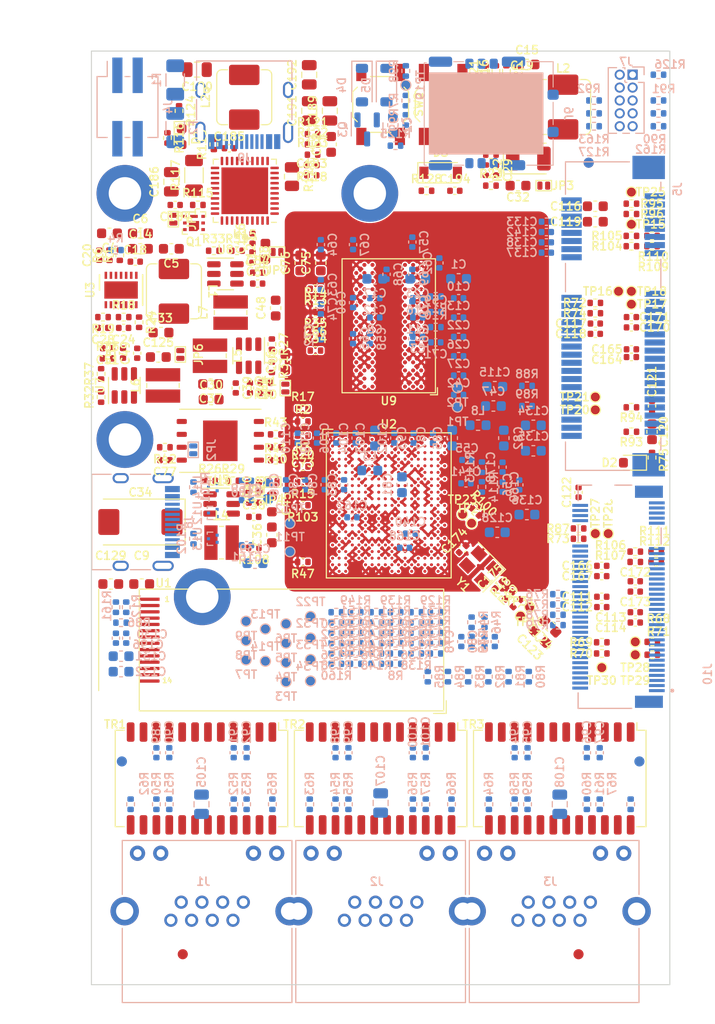
<source format=kicad_pcb>
(kicad_pcb (version 20221018) (generator pcbnew)
  (layers (0 "F.Cu" signal) (1 "In1.Cu" signal) (2 "In2.Cu" signal) (31 "B.Cu" signal) (34 "B.Paste" user) (35 "F.Paste" user) (36 "B.SilkS" user "B.Silkscreen") (37 "F.SilkS" user "F.Silkscreen") (38 "B.Mask" user) (39 "F.Mask" user) (44 "Edge.Cuts" user))
  (net 0 "")
  (net 1 "-BATT")
  (net 2 "Net-(J4-Pin_4)")
  (net 3 "+BATT")
  (net 4 "+3V3")
  (net 5 "+1V1")
  (net 6 "+1V5")
  (net 7 "+1V0")
  (net 8 "Net-(C100-Pad2)")
  (net 9 "Net-(C89-Pad2)")
  (net 10 "Net-(C91-Pad2)")
  (net 11 "Net-(U3-VINA)")
  (net 12 "Net-(C94-Pad2)")
  (net 13 "Net-(U4-VINA)")
  (net 14 "GNDREF")
  (net 15 "Net-(U3-FB)")
  (net 16 "Net-(U4-FB)")
  (net 17 "Net-(C102-Pad2)")
  (net 18 "+5V")
  (net 19 "Net-(JP2-B)")
  (net 20 "Net-(JP3-B)")
  (net 21 "Net-(JP4-B)")
  (net 22 "Net-(U5-FB)")
  (net 23 "Net-(JP5-B)")
  (net 24 "Net-(U6-FB)")
  (net 25 "Net-(JP6-B)")
  (net 26 "Net-(U7-FB)")
  (net 27 "Net-(JP7-B)")
  (net 28 "Net-(J2-Pad10)")
  (net 29 "Net-(J2-Pad12)")
  (net 30 "Net-(U8-FB)")
  (net 31 "Net-(U2E-DVDD_GE1_VREF)")
  (net 32 "Net-(U2D-AVDD33_LD_P0)")
  (net 33 "+1V2")
  (net 34 "Net-(L1-Pad1)")
  (net 35 "Net-(L2-Pad1)")
  (net 36 "Net-(TR1-TD3-)")
  (net 37 "Net-(C24-Pad1)")
  (net 38 "Net-(TR1-TD1-)")
  (net 39 "Net-(TR3-TD3-)")
  (net 40 "Net-(TR3-TD1-)")
  (net 41 "Net-(C25-Pad1)")
  (net 42 "Net-(TR2-TD3-)")
  (net 43 "Net-(TR2-TD1-)")
  (net 49 "Net-(J8-TX1-)")
  (net 50 "Net-(J8-TX1+)")
  (net 51 "Net-(U2B-PCIE_TXP1)")
  (net 52 "Net-(U2B-PCIE_TXN1)")
  (net 53 "Net-(U2B-PCIE_TXP0)")
  (net 54 "Net-(U2B-PCIE_TXN0)")
  (net 55 "Net-(U2B-AVDD33_SSUSB)")
  (net 56 "Net-(U2B-AVDD12_PE)")
  (net 57 "Net-(U2B-PCIE_RXP1)")
  (net 58 "Net-(U2B-PCIE_RXN1)")
  (net 59 "Net-(U2B-PCIE_RXP0)")
  (net 60 "Net-(U2B-PCIE_RXN0)")
  (net 61 "Net-(L1-Pad2)")
  (net 62 "Net-(L2-Pad2)")
  (net 63 "Net-(R22-Pad2)")
  (net 64 "/VREG")
  (net 65 "Net-(U2B-XPTL_XI)")
  (net 66 "Net-(U2B-XPTL_XO)")
  (net 67 "/DDR_VREF2")
  (net 68 "/DDR_VREF1")
  (net 69 "/DDRVREF")
  (net 70 "Net-(C79-Pad1)")
  (net 71 "Net-(U2B-AVDD12_SSUSB)")
  (net 72 "Net-(C96-Pad2)")
  (net 73 "Net-(U15-BST)")
  (net 74 "Net-(C98-Pad2)")
  (net 75 "Net-(C105-Pad2)")
  (net 76 "Net-(C107-Pad2)")
  (net 77 "Net-(C108-Pad2)")
  (net 81 "Net-(C121-Pad1)")
  (net 82 "/PCIE_TX2_P")
  (net 83 "/PCIE_TX2_N")
  (net 84 "/PCIE_RX2_P")
  (net 85 "/PCIE_RX2_N")
  (net 86 "/VBUS")
  (net 87 "/SSUSB_TXN")
  (net 88 "Net-(D1-A)")
  (net 89 "/SSUSB_TXP")
  (net 90 "Net-(D1-K)")
  (net 91 "/PCIE_TX0_P")
  (net 92 "/PCIE_TX0_N")
  (net 93 "/PCIE_TX1_P")
  (net 94 "/PCIE_TX1_N")
  (net 95 "/PCIE_RX0_P")
  (net 96 "Net-(C185-Pad2)")
  (net 97 "/PCIE_RX0_N")
  (net 98 "/PCIE_RX1_P")
  (net 99 "Net-(D2-K)")
  (net 100 "Net-(J1-Pad10)")
  (net 101 "/PCIE_RX1_N")
  (net 102 "Net-(J1-Pad12)")
  (net 103 "/VSYS")
  (net 104 "Net-(J3-Pad10)")
  (net 105 "Net-(J3-Pad12)")
  (net 106 "/VMID")
  (net 107 "/D2DB_PORST_N")
  (net 108 "Net-(D2-A)")
  (net 109 "/WPS")
  (net 110 "/P4A_P")
  (net 111 "/P4A_N")
  (net 112 "/P4B_P")
  (net 113 "/P4C_P")
  (net 114 "/P4C_N")
  (net 115 "Net-(J7-Pin_8)")
  (net 116 "/P4B_N")
  (net 117 "/P4D_P")
  (net 118 "/P4D_N")
  (net 119 "Net-(J7-Pin_7)")
  (net 120 "/G2-")
  (net 121 "/UIM_PWR")
  (net 122 "/UIM_RST")
  (net 123 "/Y2-")
  (net 124 "/P3A_P")
  (net 125 "/P3A_N")
  (net 126 "/P3B_P")
  (net 127 "/P3C_P")
  (net 128 "/P3C_N")
  (net 129 "/P3B_N")
  (net 130 "Net-(R50-Pad2)")
  (net 131 "Net-(R52-Pad2)")
  (net 132 "Net-(R54-Pad2)")
  (net 133 "Net-(R56-Pad2)")
  (net 134 "Net-(R58-Pad2)")
  (net 135 "Net-(R60-Pad2)")
  (net 140 "/P3D_P")
  (net 141 "/P3D_N")
  (net 142 "/G3-")
  (net 143 "/Y3-")
  (net 144 "/P2A_P")
  (net 145 "/P2A_N")
  (net 146 "/P2B_P")
  (net 147 "/P2C_P")
  (net 148 "/P2C_N")
  (net 149 "Net-(R116-Pad1)")
  (net 150 "/P2B_N")
  (net 151 "/P2D_P")
  (net 152 "/P2D_N")
  (net 153 "/G4-")
  (net 154 "/Y4-")
  (net 155 "/USB1_DM")
  (net 156 "/USB1_DP")
  (net 157 "/PCIE_CK0_P")
  (net 158 "/PCIE_CK0_N")
  (net 159 "/UART0_TXD")
  (net 160 "/UART0_RXD")
  (net 161 "/UART1_TXD")
  (net 162 "/UART1_RXD")
  (net 163 "/UART1_RTS")
  (net 164 "/UART1_CTS")
  (net 165 "/USB_DP")
  (net 166 "/USB_DM")
  (net 167 "/DMC")
  (net 168 "/DPC")
  (net 169 "/CC2")
  (net 170 "/CC1")
  (net 171 "/PCIE_CK1_N")
  (net 172 "Net-(J7-Pin_1)")
  (net 174 "Net-(J8-CC2)")
  (net 176 "Net-(J8-CC1)")
  (net 177 "/PCIE_CK1_P")
  (net 178 "/VBUSG")
  (net 179 "/~{RCLK}")
  (net 180 "/RCLK")
  (net 181 "/ND_D4")
  (net 182 "/ND_CS_N")
  (net 183 "/ND_D7")
  (net 184 "/ND_D6")
  (net 185 "/PCIE_CK2_P")
  (net 186 "/PCIE_CK2_N")
  (net 187 "/PERST_N")
  (net 188 "/TXD1")
  (net 189 "/TXD2")
  (net 190 "/RTS2_N")
  (net 191 "/KEY")
  (net 192 "/ND_RE_N")
  (net 195 "Net-(U5-LX)")
  (net 196 "/ND_WE_N")
  (net 197 "/MDC")
  (net 198 "/RTS3_N")
  (net 199 "/GPIO0")
  (net 200 "/P0_LED_0")
  (net 201 "/P1_LED_0")
  (net 202 "/P0_LED_1")
  (net 203 "/ESW_TXVN_D_P2")
  (net 204 "/ESW_TXVP_D_P2")
  (net 205 "/ESW_TXVN_C_P2")
  (net 206 "/ESW_TXVP_C_P2")
  (net 207 "/ESW_TXVN_B_P2")
  (net 208 "/ESW_TXVP_B_P2")
  (net 209 "/ESW_TXVN_A_P2")
  (net 210 "/ESW_TXVP_A_P2")
  (net 211 "/ESW_TXVN_D_P3")
  (net 212 "/ESW_TXVP_D_P3")
  (net 213 "/ESW_TXVN_C_P3")
  (net 214 "/ESW_TXVP_C_P3")
  (net 215 "/ESW_TXVN_B_P3")
  (net 216 "/ESW_TXVP_B_P3")
  (net 217 "/ESW_TXVN_A_P3")
  (net 218 "/ESW_TXVP_A_P3")
  (net 219 "/ESW_TXVN_D_P4")
  (net 220 "/ESW_TXVP_D_P4")
  (net 221 "/ESW_TXVN_C_P4")
  (net 222 "/ESW_TXVP_C_P4")
  (net 223 "/ESW_TXVN_B_P4")
  (net 224 "/ESW_TXVP_B_P4")
  (net 225 "/ESW_TXVN_A_P4")
  (net 226 "/ESW_TXVP_A_P4")
  (net 227 "/RDQ3")
  (net 228 "/RDQ8")
  (net 229 "/RDQ12")
  (net 230 "/RDQS0")
  (net 231 "/RDQ2")
  (net 232 "/RBA2")
  (net 233 "/~{RWE}")
  (net 234 "/RA3")
  (net 235 "/RCKE")
  (net 236 "/RDQ5")
  (net 237 "/RDQ1")
  (net 238 "/RDQ10")
  (net 239 "Net-(U6-LX)")
  (net 240 "Net-(U7-LX)")
  (net 241 "Net-(U8-LX)")
  (net 243 "/RDQM0")
  (net 244 "/~{RDQS1}")
  (net 245 "Net-(U3-EN)")
  (net 246 "/~{RDQS0}")
  (net 247 "Net-(U2A-REXTDN)")
  (net 248 "/RDQM1")
  (net 249 "Net-(U2A-DVDD_VREF)")
  (net 250 "Net-(U3-PS{slash}SYNC)")
  (net 251 "Net-(U4-EN)")
  (net 252 "Net-(U2A-ND_WP)")
  (net 253 "Net-(U4-PS{slash}SYNC)")
  (net 254 "/RDQ13")
  (net 255 "/RDQ11")
  (net 256 "Net-(U5-EN)")
  (net 257 "Net-(U6-EN)")
  (net 258 "Net-(U7-EN)")
  (net 259 "Net-(U8-EN)")
  (net 260 "Net-(U9-ZQ)")
  (net 261 "/RDQ4")
  (net 262 "/RA13")
  (net 263 "/RODT")
  (net 264 "/~{RCS}")
  (net 265 "Net-(U2D-ESW_REXT)")
  (net 266 "Net-(U2D-A_POR_BPS)")
  (net 267 "Net-(TR1-MX3-)")
  (net 268 "Net-(TR1-MX1-)")
  (net 269 "Net-(TR2-MX3-)")
  (net 270 "Net-(TR2-MX1-)")
  (net 271 "Net-(TR3-MX3-)")
  (net 272 "Net-(TR3-MX1-)")
  (net 276 "/RA5")
  (net 277 "/RBA1")
  (net 278 "Net-(U2B-RXD1)")
  (net 279 "/RA1")
  (net 280 "/RDQ7")
  (net 281 "/RDQ14")
  (net 282 "/RDQS1")
  (net 283 "/RDQ15")
  (net 284 "/RDQ9")
  (net 285 "Net-(U2B-RXD2)")
  (net 286 "Net-(U2B-CTS2_N)")
  (net 287 "Net-(U2B-CBG_VRT)")
  (net 288 "Net-(U2B-SSUSB_VRT)")
  (net 289 "Net-(U2B-PCIE_CKP1)")
  (net 290 "Net-(U2B-PCIE_CKN1)")
  (net 291 "Net-(U2B-PCIE_CKP0)")
  (net 292 "Net-(U2B-PCIE_CKN0)")
  (net 293 "Net-(U15-NTC)")
  (net 294 "Net-(U15-RSET)")
  (net 295 "Net-(U2A-TN_MEMPLL)")
  (net 296 "Net-(U2A-TP_MEMPLL)")
  (net 297 "Net-(U2A-~{ND_RB})")
  (net 298 "Net-(U2A-ND_CLE)")
  (net 299 "Net-(U2A-ND_ALE)")
  (net 300 "Net-(U2A-ND_D0)")
  (net 301 "Net-(U2A-ND_D1)")
  (net 302 "Net-(U2A-ND_D2)")
  (net 303 "Net-(U2A-ND_D3)")
  (net 304 "Net-(U2D-ESW_TANA)")
  (net 305 "Net-(U2D-SCL)")
  (net 306 "Net-(U2D-ESW_XO)")
  (net 307 "Net-(U2D-ESW_XI)")
  (net 308 "Net-(U2B-TXD3)")
  (net 309 "Net-(U2B-RXD3)")
  (net 310 "Net-(U2B-CTS3_N)")
  (net 311 "Net-(U2B-CBG_AVOUTP)")
  (net 312 "Net-(U2B-CBG_AVOUTN)")
  (net 313 "/RDQ0")
  (net 314 "/RDQ6")
  (net 315 "/~{RRAS}")
  (net 316 "/~{RCAS}")
  (net 317 "/RBA0")
  (net 318 "/RA14")
  (net 319 "/RA11")
  (net 320 "/ND_D5")
  (net 321 "/DDR3RSTB")
  (net 322 "Net-(U2B-PCIE_TXP2)")
  (net 323 "/RA9")
  (net 324 "Net-(U2B-PCIE_TXN2)")
  (net 325 "/RA2")
  (net 326 "Net-(U2B-PCIE_RXP2)")
  (net 327 "/RA12")
  (net 328 "Net-(U2B-PCIE_RXN2)")
  (net 329 "/RA8")
  (net 330 "/RA6")
  (net 331 "/RA7")
  (net 332 "/RA10")
  (net 342 "/RA0")
  (net 343 "/RA4")
  (net 356 "Net-(J4-Pin_3)")
  (net 357 "/SSUSB_RXP")
  (net 358 "/SSUSB_RXN")
  (net 359 "Net-(J5-~{CLKREQ})")
  (net 360 "/UIM_CLK")
  (net 361 "/UIM_DATA")
  (net 362 "Net-(J5-~{W_DISABLE})")
  (net 363 "/UIM_VPP")
  (net 364 "Net-(J5-SMB_CLK)")
  (net 365 "Net-(J5-SMB_DATA)")
  (net 366 "Net-(J5-~{LED_WWAN})")
  (net 367 "Net-(J5-~{LED_WPAN})")
  (net 368 "Net-(J7-Pin_9)")
  (net 369 "Net-(J7-Pin_10)")
  (net 370 "Net-(J5-UIM_C8)")
  (net 371 "Net-(U2B-PCIE_CKP2)")
  (net 372 "Net-(J5-UIM_C4)")
  (net 373 "Net-(U2B-PCIE_CKN2)")
  (net 374 "/PWR3V_ON")
  (net 375 "Net-(D4-A)")
  (net 376 "/PWR_ON")
  (net 377 "Net-(J5-~{WAKE})")
  (net 378 "Net-(J5-~{PERST})")
  (net 379 "/PWR5V_ON")
  (net 380 "Net-(R7-Pad2)")
  (net 381 "Net-(J10-~{PERST})")
  (net 397 "/UART3_RTS")
  (net 398 "/UART3_CTS")
  (net 399 "/UART3_RXD")
  (net 400 "/UART3_TXD")
  (net 403 "Net-(J10-~{PEWAKE})")
  (net 405 "Net-(J10-~{CLKREQ})")
  (net 408 "Net-(J10-DAS{slash}~{DSS}{slash}~{LED1})")
  (net 410 "Net-(J10-NC-Pad56)")
  (net 411 "Net-(J10-NC-Pad58)")
  (net 415 "Net-(U15-L1)")
  (net 416 "Net-(U15-L2)")
  (net 417 "/I2C_SCL")
  (net 418 "/I2C_SDA")
  (net 419 "/PB_INT")
  (net 420 "Net-(U1-C2P)")
  (net 421 "Net-(U1-C2N)")
  (net 422 "Net-(U1-C1P)")
  (net 423 "Net-(U1-C1N)")
  (net 424 "Net-(U1-RES#)")
  (net 425 "Net-(U1-VBAT)")
  (net 426 "Net-(U1-VCOMH)")
  (net 429 "Net-(U2E-MDIO)")
  (net 430 "Net-(U2E-GE2_RXD0)")
  (net 431 "Net-(U2E-GE2_RXDV)")
  (net 432 "Net-(U2E-GE2_RXCLK)")
  (footprint "Package_TO_SOT_SMD:SOT-23-6" (layer "F.Cu") (at 13.2025 -70.038)
    (fp_text reference "U8")
    (fp_text value "MT3420B")
  )
  (footprint "MAS_Package_std:TFBGA-387_11.7x13.6mm_P0.65mm" (layer "F.Cu") (at 29.3 -47.23)
    (fp_text reference "U2")
    (fp_text value "MT7621A")
  )
  (footprint "Capacitor_SMD:C_0402_1005Metric" (layer "F.Cu") (at 14.224 -58.801 -90)
    (fp_text reference "C39")
    (fp_text value "100n")
  )
  (footprint "Resistor_SMD:R_0402_1005Metric" (layer "F.Cu") (at 15.494 -49.022 -90)
    (fp_text reference "R28")
    (fp_text value "100k")
  )
  (footprint "Resistor_SMD:R_0402_1005Metric" (layer "F.Cu") (at 7.239 -52.959 180)
    (fp_text reference "R42")
    (fp_text value "4.7k")
  )
  (footprint "MAS_Package_std:TestPoint_Pad_D1mm" (layer "F.Cu") (at 50.292 -31.242)
    (fp_text reference "TP30")
    (fp_text value "TP")
  )
  (footprint "Capacitor_SMD:C_0603_1608Metric" (layer "F.Cu") (at 11.745 -59.1875 180)
    (fp_text reference "C37")
    (fp_text value "10u")
  )
  (footprint "Resistor_SMD:R_0402_1005Metric" (layer "F.Cu") (at 48.006 -43.942)
    (fp_text reference "R73")
    (fp_text value "0R")
  )
  (footprint "Capacitor_SMD:C_0603_1608Metric" (layer "F.Cu") (at 42.037 -83.82)
    (fp_text reference "C31")
    (fp_text value "10u")
  )
  (footprint "Capacitor_SMD:C_0402_1005Metric" (layer "F.Cu") (at 4.511 -62.2245 90)
    (fp_text reference "C49")
    (fp_text value "100n")
  )
  (footprint "Resistor_SMD:R_0402_1005Metric" (layer "F.Cu") (at 4.697 -65.278 -90)
    (fp_text reference "R24")
    (fp_text value "68k")
  )
  (footprint "Capacitor_SMD:C_0603_1608Metric" (layer "F.Cu") (at 55.245 -54.483 -90)
    (fp_text reference "C120")
    (fp_text value "10u")
  )
  (footprint "MAS_Package_std:Power_inductor_SMD_0530" (layer "F.Cu") (at 8.128 -68.326 -90)
    (fp_text reference "L1")
    (fp_text value "SLO0530H2R2MTT")
  )
  (footprint "Resistor_SMD:R_0402_1005Metric" (layer "F.Cu") (at 16.002 -43.053 180)
    (fp_text reference "R108")
    (fp_text value "0R")
  )
  (footprint "Button_Switch_SMD:SW_SPST_TL3342" (layer "F.Cu") (at 28.5 -86.74 -90)
    (fp_text reference "SW2")
    (fp_text value "TS-1187A-B-A-B")
  )
  (footprint "Capacitor_SMD:C_0402_1005Metric" (layer "F.Cu") (at 13.589 -82.423)
    (fp_text reference "C185")
    (fp_text value "100n")
  )
  (footprint "Capacitor_SMD:C_0603_1608Metric" (layer "F.Cu") (at 4.953 -39.482 180)
    (fp_text reference "C9")
    (fp_text value "1u")
  )
  (footprint "Resistor_SMD:R_0402_1005Metric" (layer "F.Cu") (at 15.8695 -71.689 -90)
    (fp_text reference "R38")
    (fp_text value "150k")
  )
  (footprint "Package_TO_SOT_SMD:SOT-23-6" (layer "F.Cu") (at 3.241 -59.0495 90)
    (fp_text reference "U7")
    (fp_text value "MT3420B")
  )
  (footprint "Resistor_SMD:R_0402_1005Metric" (layer "F.Cu") (at 20.828 -41.656 180)
    (fp_text reference "R47")
    (fp_text value "24k")
  )
  (footprint "Resistor_SMD:R_0402_1005Metric" (layer "F.Cu") (at 55.654 -41.656)
    (fp_text reference "R112")
    (fp_text value "51R")
  )
  (footprint "Inductor_SMD:L_Wuerth_MAPI-3015" (layer "F.Cu") (at 11.684 -61.976 -90)
    (fp_text reference "L5")
    (fp_text value "LVS303015-2R2M")
  )
  (footprint "Capacitor_SMD:C_0402_1005Metric" (layer "F.Cu") (at 53.213 -61.849)
    (fp_text reference "C164")
    (fp_text value "100n")
  )
  (footprint "Resistor_SMD:R_0402_1005Metric" (layer "F.Cu") (at 41.91 -37.592 45)
    (fp_text reference "R49")
    (fp_text value "~")
  )
  (footprint "MAS_Package_std:TestPoint_Pad_D1mm" (layer "F.Cu") (at 53.213 -74.93)
    (fp_text reference "TP15")
    (fp_text value "TP")
  )
  (footprint "Capacitor_SMD:C_0603_1608Metric" (layer "F.Cu") (at 20.574 -71.12 90)
    (fp_text reference "C76")
    (fp_text value "10u")
  )
  (footprint "Capacitor_SMD:C_0402_1005Metric" (layer "F.Cu") (at 42.418 -89.408)
    (fp_text reference "C19")
    (fp_text value "100n")
  )
  (footprint "Capacitor_SMD:C_0805_2012Metric" (layer "F.Cu") (at 21.463 -86.106 90)
    (fp_text reference "C191")
    (fp_text value "22u")
  )
  (footprint "Resistor_SMD:R_0402_1005Metric" (layer "F.Cu") (at 17.145 -59.309 180)
    (fp_text reference "R30")
    (fp_text value "100k")
  )
  (footprint "Resistor_SMD:R_1206_3216Metric" (layer "F.Cu") (at 10.107 -79.756 90)
    (fp_text reference "R117")
    (fp_text value "0.01R")
  )
  (footprint "MAS_Package_nostd:SolderJumper_Open_Pad0.5x0.8mm" (layer "F.Cu") (at 19.111 -58.7935 90)
    (fp_text reference "JP5")
    (fp_text value "JP")
  )
  (footprint "Resistor_SMD:R_0402_1005Metric" (layer "F.Cu") (at 53.213 -76.962 180)
    (fp_text reference "R95")
    (fp_text value "22R")
  )
  (footprint "Capacitor_SMD:C_0402_1005Metric" (layer "F.Cu") (at 0.762 -71.882 90)
    (fp_text reference "C20")
    (fp_text value "100n")
  )
  (footprint "Capacitor_SMD:C_0402_1005Metric" (layer "F.Cu") (at 8.255 -76.835 180)
    (fp_text reference "C184")
    (fp_text value "100n")
  )
  (footprint "Diode_SMD:D_0603_1608Metric" (layer "F.Cu") (at 8.89 -83.566 -90)
    (fp_text reference "D1")
    (fp_text value "LEDY")
  )
  (footprint "Resistor_SMD:R_0402_1005Metric" (layer "F.Cu") (at 20.828 -56.769)
    (fp_text reference "R17")
    (fp_text value "0R")
  )
  (footprint "Resistor_SMD:R_0402_1005Metric" (layer "F.Cu") (at 18.161 -51.689)
    (fp_text reference "R41")
    (fp_text value "~")
  )
  (footprint "Capacitor_SMD:C_0402_1005Metric" (layer "F.Cu") (at 16.3775 -70.165)
    (fp_text reference "C54")
    (fp_text value "100n")
  )
  (footprint "Resistor_SMD:R_0402_1005Metric" (layer "F.Cu") (at 17.78 -60.833 -90)
    (fp_text reference "R31")
    (fp_text value "150k")
  )
  (footprint "Capacitor_SMD:C_0402_1005Metric" (layer "F.Cu") (at 39.368 -82.804)
    (fp_text reference "C25")
    (fp_text value "4.7p")
  )
  (footprint "Resistor_SMD:R_0402_1005Metric" (layer "F.Cu") (at 22.075 -67.055)
    (fp_text reference "R14")
    (fp_text value "1k")
  )
  (footprint "Capacitor_SMD:C_0402_1005Metric" (layer "F.Cu") (at 53.213 -65.786)
    (fp_text reference "C171")
    (fp_text value "100n")
  )
  (footprint "Capacitor_SMD:C_0603_1608Metric" (layer "F.Cu") (at 45.212 -35.306 135)
    (fp_text reference "C124")
    (fp_text value "10u")
  )
  (footprint "MAS_Package_nostd:SolderJumper_Open_Pad0.5x0.8mm" (layer "F.Cu") (at 8.075 -75.438 -90)
    (fp_text reference "JP1")
    (fp_text value "JP")
  )
  (footprint "Capacitor_SMD:C_0603_1608Metric" (layer "F.Cu") (at 42.926 -90.678)
    (fp_text reference "C15")
    (fp_text value "10u")
  )
  (footprint "Capacitor_SMD:C_0603_1608Metric" (layer "F.Cu") (at 17.78 -44.323 90)
    (fp_text reference "C36")
    (fp_text value "10u")
  )
  (footprint "MAS_Package_std:TestPoint_Pad_D1mm" (layer "F.Cu") (at 50.927 -44.45)
    (fp_text reference "TP26")
    (fp_text value "TP")
  )
  (footprint "Resistor_SMD:R_0402_1005Metric" (layer "F.Cu") (at 40.894 -90.045 -90)
    (fp_text reference "R5")
    (fp_text value "22R")
  )
  (footprint "Capacitor_SMD:C_0402_1005Metric" (layer "F.Cu") (at 48.006 -48.514 90)
    (fp_text reference "C122")
    (fp_text value "100n")
  )
  (footprint "Fiducial:Fiducial_1mm_Mask3mm" (layer "F.Cu") (at 48 -3 90)
    (fp_text reference "FID3" hide)
    (fp_text value "F")
  )
  (footprint "Resistor_SMD:R_0402_1005Metric" (layer "F.Cu") (at 49.657 -66.167)
    (fp_text reference "R74")
    (fp_text value "4.7k")
  )
  (footprint "MAS_Package_nostd:Transformer_Ethernet_E-NETTR_24" (layer "F.Cu") (at 46.153 -20.32 -90)
    (fp_text reference "TR3")
    (fp_text value "H2450G")
  )
  (footprint "Resistor_SMD:R_0402_1005Metric" (layer "F.Cu") (at 21.791 -82.804)
    (fp_text reference "R122")
    (fp_text value "4.7k")
  )
  (footprint "MAS_Package_std:U-MOSVI" (layer "F.Cu") (at 10.107 -75.057 180)
    (fp_text reference "Q1")
    (fp_text value "SSM6J501NU")
  )
  (footprint "Button_Switch_SMD:SW_SPST_TL3342" (layer "F.Cu") (at 34.662 -86.741 -90)
    (fp_text reference "SW1")
    (fp_text value "TS-1187A-B-A-B")
  )
  (footprint "Capacitor_SMD:C_0402_1005Metric" (layer "F.Cu") (at 22.075 -65.531 180)
    (fp_text reference "C66")
    (fp_text value "100n")
  )
  (footprint "Package_DFN_QFN:QFN-40-1EP_6x6mm_P0.5mm_EP4.6x4.6mm" (layer "F.Cu") (at 15.113 -78.232 180)
    (fp_text reference "U15")
    (fp_text value "IP5328P")
  )
  (footprint "Resistor_SMD:R_0402_1005Metric" (layer "F.Cu") (at 12.0595 -72.324)
    (fp_text reference "R33")
    (fp_text value "100k")
  )
  (footprint "Resistor_SMD:R_0402_1005Metric" (layer "F.Cu") (at 20.828 -55.499)
    (fp_text reference "R2")
    (fp_text value "240R")
  )
  (footprint "Resistor_SMD:R_0402_1005Metric" (layer "F.Cu") (at 55.245 -51.943 -90)
    (fp_text reference "R75")
    (fp_text value "1k")
  )
  (footprint "Resistor_SMD:R_0402_1005Metric" (layer "F.Cu") (at 1.59 -61.7165)
    (fp_text reference "R36")
    (fp_text value "100k")
  )
  (footprint "MAS_Package_std:TestPoint_Pad_D1mm" (layer "F.Cu") (at 53.594 -33.782)
    (fp_text reference "TP28")
    (fp_text value "TP")
  )
  (footprint "Resistor_SMD:R_0402_1005Metric" (layer "F.Cu") (at 49.657 -67.183 180)
    (fp_text reference "R72")
    (fp_text value "0R")
  )
  (footprint "MAS_Package_nostd:SolderJumper_Open_Pad0.5x0.8mm" (layer "F.Cu") (at 44.577 -78.74 180)
    (fp_text reference "JP3")
    (fp_text value "JP")
  )
  (footprint "Capacitor_SMD:C_0402_1005Metric" (layer "F.Cu") (at 17.145 -58.293)
    (fp_text reference "C41")
    (fp_text value "22p")
  )
  (footprint "Capacitor_SMD:C_0402_1005Metric" (layer "F.Cu") (at 20.828 -52.578 180)
    (fp_text reference "C73")
    (fp_text value "100n")
  )
  (footprint "Resistor_SMD:R_0402_1005Metric" (layer "F.Cu") (at 39.8624 -90.043 90)
    (fp_text reference "R16")
    (fp_text value "1k")
  )
  (footprint "Capacitor_SMD:C_0402_1005Metric" (layer "F.Cu") (at 53.594 -35.687)
    (fp_text reference "C114")
    (fp_text value "100n")
  )
  (footprint "Resistor_SMD:R_0402_1005Metric" (layer "F.Cu") (at 50.292 -32.639 180)
    (fp_text reference "R70")
    (fp_text value "0R")
  )
  (footprint "Resistor_SMD:R_0402_1005Metric" (layer "F.Cu") (at 20.828 -47.244 180)
    (fp_text reference "R103")
    (fp_text value "24k")
  )
  (footprint "Capacitor_SMD:C_0402_1005Metric" (layer "F.Cu") (at 53.594 -38.735)
    (fp_text reference "C173")
    (fp_text value "100n")
  )
  (footprint "MAS_Package_std:TestPoint_Pad_D1mm" (layer "F.Cu") (at 42.291 -36.322)
    (fp_text reference "TP31")
    (fp_text value "TP")
  )
  (footprint "Capacitor_SMD:C_0402_1005Metric" (layer "F.Cu") (at 35.814 -78.232)
    (fp_text reference "C194")
    (fp_text value "100n")
  )
  (footprint "Capacitor_SMD:C_0603_1608Metric" (layer "F.Cu") (at 17.145 -72.276 90)
    (fp_text reference "C127")
    (fp_text value "10u")
  )
  (footprint "Resistor_SMD:R_0402_1005Metric" (layer "F.Cu") (at 53.213 -72.771 180)
    (fp_text reference "R104")
    (fp_text value "0R")
  )
  (footprint "Capacitor_SMD:C_0402_1005Metric" (layer "F.Cu") (at 1.143 -64.7211 180)
    (fp_text reference "C28")
    (fp_text value "100n")
  )
  (footprint "Capacitor_SMD:C_0603_1608Metric" (layer "F.Cu") (at 4.826 -74.041)
    (fp_text reference "C6")
    (fp_text value "4.7u")
  )
  (footprint "Capacitor_SMD:C_0603_1608Metric" (layer "F.Cu") (at 19.111 -61.3335 90)
    (fp_text reference "C46")
    (fp_text value "4.7u")
  )
  (footprint "Resistor_SMD:R_0402_1005Metric" (layer "F.Cu") (at 3.175 -65.786)
    (fp_text reference "R18")
    (fp_text value "10k")
  )
  (footprint "MAS_Package_std:TestPoint_Pad_D1mm" (layer "F.Cu") (at 49.657 -57.912)
    (fp_text reference "TP21")
    (fp_text value "TP")
  )
  (footprint "MAS_Package_nostd:Transformer_Ethernet_E-NETTR_24" (layer "F.Cu") (at 28.5 -20.32 -90)
    (fp_text reference "TR2")
    (fp_text value "H2450G")
  )
  (footprint "Capacitor_SMD:C_0402_1005Metric" (layer "F.Cu") (at 4.318 -71.247)
    (fp_text reference "C18")
    (fp_text value "100n")
  )
  (footprint "Capacitor_SMD:C_0805_2012Metric" (layer "F.Cu") (at 23.495 -86.106 90)
    (fp_text reference "C189")
    (fp_text value "22u")
  )
  (footprint "Resistor_SMD:R_0402_1005Metric" (layer "F.Cu") (at 55.654 -42.672)
    (fp_text reference "R111")
    (fp_text value "51R")
  )
  (footprint "Resistor_SMD:R_0402_1005Metric" (layer "F.Cu") (at 53.594 -42.672 180)
    (fp_text reference "R106")
    (fp_text value "0R")
  )
  (footprint "Capacitor_SMD:C_0805_2012Metric" (layer "F.Cu") (at 7.874 -79.121 90)
    (fp_text reference "C186")
    (fp_text value "22u")
  )
  (footprint "MAS_Package_nostd:SolderJumper_Open_Pad0.5x0.8mm" (layer "F.Cu") (at 18.2825 -72.197 180)
    (fp_text reference "JP7")
    (fp_text value "JP")
  )
  (footprint "Resistor_SMD:R_0402_1005Metric" (layer "F.Cu") (at 55.273 -32.512)
    (fp_text reference "R71")
    (fp_text value "51R")
  )
  (footprint "MAS_Package_std:TestPoint_Pad_D1mm" (layer "F.Cu") (at 49.657 -44.45)
    (fp_text reference "TP27")
    (fp_text value "TP")
  )
  (footprint "Resistor_SMD:R_0402_1005Metric" (layer "F.Cu") (at 41.148 -38.354 45)
    (fp_text reference "R48")
    (fp_text value "4.7k")
  )
  (footprint "Package_TO_SOT_SMD:SOT-23-6" (layer "F.Cu") (at 15.494 -61.976 -90)
    (fp_text reference "U6")
    (fp_text value "MT3420B")
  )
  (footprint "Resistor_SMD:R_0402_1005Metric" (layer "F.Cu") (at 48.008 -44.958 180)
    (fp_text reference "R87")
    (fp_text value "4.7k")
  )
  (footprint "Capacitor_SMD:C_0402_1005Metric" (layer "F.Cu") (at 53.594 -36.703)
    (fp_text reference "C113")
    (fp_text value "100n")
  )
  (footprint "Capacitor_SMD:C_0603_1608Metric" (layer "F.Cu") (at 7.874 -72.517 180)
    (fp_text reference "C5")
    (fp_text value "4.7u")
  )
  (footprint "Inductor_SMD:L_Wuerth_MAPI-3015" (layer "F.Cu") (at 12.827 -43.561)
    (fp_text reference "L4")
    (fp_text value "LVS303015-2R2M")
  )
  (footprint "Resistor_SMD:R_0402_1005Metric" (layer "F.Cu") (at 18.161 -52.959 180)
    (fp_text reference "R40")
    (fp_text value "~")
  )
  (footprint "Resistor_SMD:R_0402_1005Metric" (layer "F.Cu") (at 2.794 -71.882 90)
    (fp_text reference "R1")
    (fp_text value "22R")
  )
  (footprint "Diode_SMD:D_0603_1608Metric" (layer "F.Cu") (at 53.213 -51.435 180)
    (fp_text reference "D2")
    (fp_text value "LEDY")
  )
  (footprint "Inductor_SMD:L_Wuerth_MAPI-3015" (layer "F.Cu") (at 13.716 -66.228 90)
    (fp_text reference "L7")
    (fp_text value "LVS303015-2R2M")
  )
  (footprint "Capacitor_SMD:C_0402_1005Metric" (layer "F.Cu") (at 36.576 -42.926 45)
    (fp_text reference "C174")
    (fp_text value "18p")
  )
  (footprint "Resistor_SMD:R_0402_1005Metric" (layer "F.Cu") (at 7.493 -83.439 -90)
    (fp_text reference "R116")
    (fp_text value "1k")
  )
  (footprint "MAS_Package_std:TestPoint_Pad_D1mm" (layer "F.Cu") (at 53.213 -78.105)
    (fp_text reference "TP25")
    (fp_text value "TP")
  )
  (footprint "Capacitor_SMD:C_0402_1005Metric" (layer "F.Cu") (at 38.862 -90.043 90)
    (fp_text reference "C21")
    (fp_text value "100n")
  )
  (footprint "Capacitor_SMD:C_0402_1005Metric" (layer "F.Cu") (at 53.594 -39.751)
    (fp_text reference "C172")
    (fp_text value "100n")
  )
  (footprint "Capacitor_SMD:C_0603_1608Metric" (layer "F.Cu") (at 17.78 -47.371 -90)
    (fp_text reference "C45")
    (fp_text value "4.7u")
  )
  (footprint "Capacitor_SMD:C_0402_1005Metric" (layer "F.Cu") (at 55.245 -57.023 90)
    (fp_text reference "C121")
    (fp_text value "100n")
  )
  (footprint "MAS_Package_std:TestPoint_Pad_D1mm" (layer "F.Cu") (at 51.943 -68.326)
    (fp_text reference "TP16")
    (fp_text value "TP")
  )
  (footprint "Resistor_SMD:R_0402_1005Metric" (layer "F.Cu") (at 21.791 -83.82)
    (fp_text reference "R121")
    (fp_text value "~")
  )
  (footprint "Package_DFN_QFN:DFN-14-1EP_3x4mm_P0.5mm_EP1.7x3.3mm" (layer "F.Cu") (at 41.0718 -86.7566 90)
    (fp_text reference "U4")
    (fp_text value "TPS63020")
  )
  (footprint "Resistor_SMD:R_0402_1005Metric" (layer "F.Cu") (at 21.791 -81.788)
    (fp_text reference "R123")
    (fp_text value "4.7k")
  )
  (footprint "Resistor_SMD:R_0402_1005Metric" (layer "F.Cu") (at 10.488 -76.835)
    (fp_text reference "R115")
    (fp_text value "10k")
  )
  (footprint "MountingHole:MountingHole_3.2mm_M3_DIN965_Pad" (layer "F.Cu") (at 27.432 -77.978)
    (fp_text reference "H2" hide)
    (fp_text value "H")
  )
  (footprint "Resistor_SMD:R_0402_1005Metric" (layer "F.Cu") (at 37.846 -46.609 -45)
    (fp_text reference "R100")
    (fp_text value "24k")
  )
  (footprint "Capacitor_SMD:C_0402_1005Metric" (layer "F.Cu") (at 3.175 -64.7211 180)
    (fp_text reference "C24")
    (fp_text value "4.7p")
  )
  (footprint "MAS_Package_nostd:SolderJumper_Open_Pad0.5x0.8mm" (layer "F.Cu") (at 17.907 -49.53 180)
    (fp_text reference "JP4")
    (fp_text value "JP")
  )
  (footprint "MAS_Package_std:TestPoint_Pad_D1mm" (layer "F.Cu") (at 53.594 -32.512)
    (fp_text reference "TP29")
    (fp_text value "TP")
  )
  (footprint "Resistor_SMD:R_0402_1005Metric" (layer "F.Cu") (at 22.075 -68.579 180)
    (fp_text reference "R13")
    (fp_text value "1k")
  )
  (footprint "Capacitor_SMD:C_0805_2012Metric" (layer "F.Cu") (at 10.414 -90.17 180)
    (fp_text reference "C190")
    (fp_text value "10u")
  )
  (footprint "Resistor_SMD:R_0402_1005Metric" (layer "F.Cu") (at 8.636 -86.106 -90)
    (fp_text reference "R124")
    (fp_text value "470R")
  )
  (footprint "Capacitor_SMD:C_0402_1005Metric" (layer "F.Cu") (at 16.002 -47.498)
    (fp_text reference "C43")
    (fp_text value "100n")
  )
  (footprint "MountingHole:MountingHole_3.2mm_M3_DIN965_Pad" (layer "F.Cu") (at 3.302 -53.721)
    (fp_text reference "H1" hide)
    (fp_text value "H")
  )
  (footprint "Capacitor_SMD:C_0402_1005Metric" (layer "F.Cu") (at 7.239 -51.689 180)
    (fp_text reference "C77")
    (fp_text value "100n")
  )
  (footprint "Capacitor_SMD:C_0402_1005Metric" (layer "F.Cu") (at 49.657 -64.135)
    (fp_text reference "C118")
    (fp_text value "100n")
  )
  (footprint "Resistor_SMD:R_0402_1005Metric" (layer "F.Cu") (at 53.213 -75.946 180)
    (fp_text reference "R96")
    (fp_text value "22R")
  )
  (footprint "Resistor_SMD:R_0402_1005Metric" (layer "F.Cu") (at 53.213 -73.787 180)
    (fp_text reference "R105")
    (fp_text value "0R")
  )
  (footprint "MountingHole:MountingHole_3.2mm_M3_DIN965_Pad" (layer "F.Cu") (at 10.922 -38.227)
    (fp_text reference "H4" hide)
    (fp_text value "H")
  )
  (footprint "Capacitor_Tantalum_SMD:CP_EIA-3528-21_Kemet-B" (layer "F.Cu") (at 43.053 -81.407)
    (fp_text reference "C35")
    (fp_text value "100uF")
  )
  (footprint "Resistor_SMD:R_0402_1005Metric" (layer "F.Cu") (at 21.717 -80.772 180)
    (fp_text reference "R118")
    (fp_text value "82k")
  )
  (footprint "MountingHole:MountingHole_3.2mm_M3_DIN965_Pad" (layer "F.Cu") (at 3.302 -77.978)
    (fp_text reference "H3" hide)
    (fp_text value "H")
  )
  (footprint "Inductor_SMD:L_Wuerth_MAPI-3015" (layer "F.Cu") (at 7.051 -59.0495 90)
    (fp_text reference "L6")
    (fp_text value "LVS303015-2R2M")
  )
  (footprint "Resistor_SMD:R_0402_1005Metric" (layer "F.Cu") (at 39.37 -78.74)
    (fp_text reference "R23")
    (fp_text value "2k")
  )
  (footprint "Capacitor_SMD:C_0402_1005Metric" (layer "F.Cu") (at 3.114 -62.2245 90)
    (fp_text reference "C53")
    (fp_text value "100n")
  )
  (footprint "MAS_Package_std:TestPoint_Pad_D1mm" (layer "F.Cu") (at 49.657 -56.642)
    (fp_text reference "TP20")
    (fp_text value "TP")
  )
  (footprint "Resistor_SMD:R_0402_1005Metric" (layer "F.Cu") (at 13.97 -49.657)
    (fp_text reference "R29")
    (fp_text value "120k")
  )
  (footprint "Capacitor_SMD:C_0603_1608Metric" (layer "F.Cu") (at 1.778 -74.041 180)
    (fp_text reference "C4")
    (fp_text value "10u")
  )
  (footprint "Resistor_SMD:R_0402_1005Metric" (layer "F.Cu") (at 38.862 -80.264 -90)
    (fp_text reference "R22")
    (fp_text value "51k")
  )
  (footprint "Package_DFN_QFN:DFN-14-1EP_3x4mm_P0.5mm_EP1.7x3.3mm" (layer "F.Cu") (at 2.921 -68.453 90)
    (fp_text reference "U3")
    (fp_text value "TPS63020")
  )
  (footprint "Capacitor_SMD:C_0603_1608Metric" (layer "F.Cu") (at 42.037 -78.74 180)
    (fp_text reference "C32")
    (fp_text value "4.7u")
  )
  (footprint "MAS_Package_std:Power_inductor_SMD_0530" (layer "F.Cu") (at 15.06 -87.451 90)
    (fp_text reference "L26")
    (fp_text value "SLO0530H2R2MTT")
  )
  (footprint "MAS_Package_std:TestPoint_Pad_D1mm" (layer "F.Cu") (at 36.576 -46.355)
    (fp_text reference "TP23")
    (fp_text value "TP")
  )
  (footprint "Resistor_SMD:R_0402_1005Metric" (layer "F.Cu") (at 55.273 -33.782)
    (fp_text reference "R68")
    (fp_text value "51R")
  )
  (footprint "Capacitor_SMD:C_0603_1608Metric" (layer "F.Cu") (at 22.606 -71.12 90)
    (fp_text reference "C75")
    (fp_text value "10u")
  )
  (footprint "Package_TO_SOT_SMD:SOT-23-6" (layer "F.Cu") (at 12.827 -47.371)
    (fp_text reference "U5")
    (fp_text value "MT3420B")
  )
  (footprint "Capacitor_SMD:C_0402_1005Metric" (layer "F.Cu") (at 50.292 -37.211)
    (fp_text reference "C112")
    (fp_text value "100n")
  )
  (footprint "MAS_Package_nostd:Transformer_Ethernet_E-NETTR_24" (layer "F.Cu") (at 10.847 -20.32 -90)
    (fp_text reference "TR1")
    (fp_text value "H2450G")
  )
  (footprint "Resistor_SMD:R_0402_1005Metric" (layer "F.Cu") (at 50.292 -33.74 180)
    (fp_text reference "R69")
    (fp_text value "0R")
  )
  (footprint "Diode_SMD:D_SOD-123" (layer "F.Cu") (at 34.417 -80.01)
    (fp_text reference "D3")
    (fp_text value "MBR0540")
  )
  (footprint "Resistor_SMD:R_0402_1005Metric" (layer "F.Cu") (at 1.143 -65.786 180)
    (fp_text reference "R19")
    (fp_text value "1.1k")
  )
  (footprint "Capacitor_SMD:C_0402_1005Metric" (layer "F.Cu") (at 50.292 -38.227)
    (fp_text reference "C111")
    (fp_text value "100n")
  )
  (footprint "MAS_Package_std:Power_inductor_SMD_0530" (layer "F.Cu") (at 46.482 -86.487 -90)
    (fp_text reference "L2")
    (fp_text value "SLO0530H1R0MTT")
  )
  (footprint "Resistor_SMD:R_0402_1005Metric" (layer "F.Cu") (at 14.3455 -72.324)
    (fp_text reference "R39")
    (fp_text value "100k")
  )
  (footprint "Capacitor_SMD:C_0402_1005Metric" (layer "F.Cu") (at 16.002 -46.101)
    (fp_text reference "C38")
    (fp_text value "100n")
  )
  (footprint "Capacitor_SMD:C_0402_1005Metric" (layer "F.Cu") (at 15.875 -73.533 90)
    (fp_text reference "C126")
    (fp_text value "22p")
  )
  (footprint "Resistor_SMD:R_0402_1005Metric" (layer "F.Cu") (at 53.213 -54.483 180)
    (fp_text reference "R93")
    (fp_text value "22R")
  )
  (footprint "Resistor_SMD:R_0402_1005Metric" (layer "F.Cu") (at 55.245 -73.787)
    (fp_text reference "R110")
    (fp_text value "51R")
  )
  (footprint "Resistor_SMD:R_0402_1005Metric" (layer "F.Cu") (at 0.955 -57.9065 90)
    (fp_text reference "R32")
    (fp_text value "100k")
  )
  (footprint "Capacitor_SMD:C_0603_1608Metric" (layer "F.Cu") (at 6.858 -64.262)
    (fp_text reference "C33")
    (fp_text value "4.7u")
  )
  (footprint "Capacitor_SMD:C_0402_1005Metric" (layer "F.Cu") (at 15.621 -58.801 -90)
    (fp_text reference "C44")
    (fp_text value "100n")
  )
  (footprint "MAS_Package_std:TestPoint_Pad_D1mm" (layer "F.Cu") (at 53.213 -67.056)
    (fp_text reference "TP17")
    (fp_text value "TP")
  )
  (footprint "Capacitor_SMD:C_0603_1608Metric" (layer "F.Cu") (at 11.798 -57.658)
    (fp_text reference "C30")
    (fp_text value "10u")
  )
  (footprint "Resistor_SMD:R_0402_1005Metric" (layer "F.Cu") (at 22.075 -64.008)
    (fp_text reference "R35")
    (fp_text value "240R")
  )
  (footprint "Resistor_SMD:R_0402_1005Metric" (layer "F.Cu") (at 12.065 -82.804 90)
    (fp_text reference "R119")
    (fp_text value "100k")
  )
  (footprint "Resistor_SMD:R_0402_1005Metric" (layer "F.Cu") (at 20.828 -51.054)
    (fp_text reference "R20")
    (fp_text value "1k")
  )
  (footprint "MAS_Package_std:WSON-8-1EP_8x6mm_P1.27mm_EP3.4x4mm" (layer "F.Cu") (at 12.7 -53.594 180)
    (fp_text reference "U10")
    (fp_text value "W25Q256FVEIG")
  )
  (footprint "Capacitor_SMD:C_0603_1608Metric" (layer "F.Cu") (at 49.657 -75.184)
    (fp_text reference "C119")
    (fp_text value "10u")
  )
  (footprint "Capacitor_SMD:C_0402_1005Metric" (layer "F.Cu") (at 16.383 -69.088)
    (fp_text reference "C50")
    (fp_text value "100n")
  )
  (footprint "Capacitor_SMD:C_0402_1005Metric" (layer "F.Cu") (at 50.292 -41.275)
    (fp_text reference "C166")
    (fp_text value "100n")
  )
  (footprint "Capacitor_SMD:C_0603_1608Metric" (layer "F.Cu") (at 1.905 -39.482)
    (fp_text reference "C129")
    (fp_text value "1u")
  )
  (footprint "Fiducial:Fiducial_1mm_Mask3mm" (layer "F.Cu") (at 49 -81 90)
    (fp_text reference "FID1" hide)
    (fp_text value "F")
  )
  (footprint "Resistor_SMD:R_0402_1005Metric" (layer "F.Cu") (at 55.245 -72.771)
    (fp_text reference "R109")
    (fp_text value "51R")
  )
  (footprint "Capacitor_SMD:C_0603_1608Metric" (layer "F.Cu") (at 23.622 -82.804 90)
    (fp_text reference "C52")
    (fp_text value "4.7u")
  )
  (footprint "Capacitor_SMD:C_0603_1608Metric" (layer "F.Cu") (at 6.591 -61.849)
    (fp_text reference "C125")
    (fp_text value "10u")
  )
  (footprint "Resistor_SMD:R_0402_1005Metric" (layer "F.Cu") (at 20.828 -54.102 180)
    (fp_text reference "R3")
    (fp_text value "0R")
  )
  (footprint "Resistor_SMD:R_0402_1005Metric" (layer "F.Cu") (at 53.213 -56.896 180)
    (fp_text reference "R94")
    (fp_text value "22R")
  )
  (footprint "Capacitor_SMD:C_0805_2012Metric" (layer "F.Cu") (at 21.463 -89.662 90)
    (fp_text reference "C192")
    (fp_text value "10u")
  )
  (footprint "Capacitor_SMD:C_0603_1608Metric" (layer "F.Cu") (at 4.826 -72.517)
    (fp_text reference "C14")
    (fp_text value "10u")
  )
  (footprint "Resistor_SMD:R_0402_1005Metric" (layer "F.Cu") (at 22.075 -62.484)
    (fp_text reference "R34")
    (fp_text value "100R")
  )
  (footprint "Resistor_SMD:R_0402_1005Metric" (layer "F.Cu") (at 17.78 -63.119 -90)
    (fp_text reference "R27")
    (fp_text value "100k")
  )
  (footprint "Resistor_SMD:R_0402_1005Metric" (layer "F.Cu") (at 33.02 -78.232)
    (fp_text reference "R128")
    (fp_text value "100k")
  )
  (footprint "Capacitor_SMD:C_0402_1005Metric" (layer "F.Cu") (at 40.132 -39.37 45)
    (fp_text reference "C175")
    (fp_text value "18p")
  )
  (footprint "Capacitor_SMD:C_0402_1005Metric" (layer "F.Cu") (at 50.292 -40.259)
    (fp_text reference "C167")
    (fp_text value "100n")
  )
  (footprint "Capacitor_Tantalum_SMD:CP_EIA-7343-31_Kemet-D" (layer "F.Cu") (at 4.826 -45.593 180)
    (fp_text reference "C34")
    (fp_text value "100u")
  )
  (footprint "Package_BGA:BGA-96_9.0x13.0mm_Layout2x3x16_P0.8mm" (layer "F.Cu") (at 29.3 -64.93 180)
    (fp_text reference "U9")
    (fp_text value "NT5CB64M16FP-DH (!)")
  )
  (footprint "Capacitor_SMD:C_0402_1005Metric" (layer "F.Cu") (at 53.213 -62.611)
    (fp_text reference "C165")
    (fp_text value "100n")
  )
  (footprint "Capacitor_SMD:C_0402_1005Metric" (layer "F.Cu") (at 1.59 -62.7169 180)
    (fp_text reference "C51")
    (fp_text value "22p")
  )
  (footprint "MAS_Package_std:Oscillator_SMD_SMD3225-4P" (layer "F.Cu") (at 38.354 -41.148 135)
    (fp_text reference "Y1")
    (fp_text value "X322540MPB4SI")
  )
  (footprint "Resistor_SMD:R_0402_1005Metric" (layer "F.Cu") (at 18.161 -54.229)
    (fp_text reference "R43")
    (fp_text value "4.7k")
  )
  (footprint "Capacitor_SMD:C_0603_1608Metric" (layer "F.Cu") (at 49.657 -76.708)
    (fp_text reference "C116")
    (fp_text value "4.7u")
  )
  (footprint "Capacitor_SMD:C_0603_1608Metric" (layer "F.Cu") (at 18.1555 -66.675 90)
    (fp_text reference "C48")
    (fp_text value "10u")
  )
  (footprint "Resistor_SMD:R_0402_1005Metric" (layer "F.Cu") (at 20.828 -49.53 180)
    (fp_text reference "R15")
    (fp_text value "1k")
  )
  (footprint "Capacitor_SMD:C_0603_1608Metric" (layer "F.Cu") (at 44.196 -34.29 135)
    (fp_text reference "C123")
    (fp_text value "10u")
  )
  (footprint "MAS_Package_std:TestPoint_Pad_D1mm" (layer "F.Cu") (at 43.18 -37.211 180)
    (fp_text reference "TP10")
    (fp_text value "TP")
  )
  (footprint "Resistor_SMD:R_0402_1005Metric" (layer "F.Cu") (at 39.368 -83.82 180)
    (fp_text reference "R25")
    (fp_text value "68k")
  )
  (footprint "Resistor_SMD:R_0402_1005Metric" (layer "F.Cu") (at 11.684 -49.657)
    (fp_text reference "R26")
    (fp_text value "100k")
  )
  (footprint "Resistor_SMD:R_0805_2012Metric" (layer "F.Cu") (at 19.759 -79.629 -90)
    (fp_text reference "R120")
    (fp_text value "100k (NTC)")
  )
  (footprint "Resistor_SMD:R_0402_1005Metric" (layer "F.Cu") (at 0.955 -60.1925 90)
    (fp_text reference "R37")
    (fp_text value "100k")
  )
  (footprint "Capacitor_SMD:C_0402_1005Metric" (layer "F.Cu") (at 16.51 -49.022 90)
    (fp_text reference "C40")
    (fp_text value "22p")
  )
  (footprint "MAS_Package_std:TestPoint_Pad_D1mm" (layer "F.Cu") (at 37.465 -45.466)
    (fp_text reference "TP24")
    (fp_text value "TP")
  )
  (footprint "Capacitor_SMD:C_0402_1005Metric" (layer "F.Cu") (at 49.657 -65.151)
    (fp_text reference "C117")
    (fp_text value "100n")
  )
  (footprint "Resistor_SMD:R_0402_1005Metric" (layer "F.Cu") (at 39.37 -81.788)
    (fp_text reference "R21")
    (fp_text value "330k")
  )
  (footprint "MAS_Package_std:TestPoint_Pad_D1mm" (layer "F.Cu") (at 53.213 -68.326)
    (fp_text reference "TP18")
    (fp_text value "TP")
  )
  (footprint "Capacitor_SMD:C_0402_1005Metric" (layer "F.Cu") (at 39.878 -80.264 -90)
    (fp_text reference "C29")
    (fp_text value "100n")
  )
  (footprint "Capacitor_SMD:C_0402_1005Metric" (layer "F.Cu") (at 53.213 -64.77)
    (fp_text reference "C170")
    (fp_text value "100n")
  )
  (footprint "MAS_Package_nostd:SolderJumper_Open_Pad0.5x0.8mm" (layer "F.Cu") (at 8.763 -62.103 -90)
    (fp_text reference "JP6")
    (fp_text value "JP")
  )
  (footprint "Fiducial:Fiducial_1mm_Mask3mm" (layer "F.Cu") (at 9 -3 90)
    (fp_text reference "FID2" hide)
    (fp_text value "F")
  )
  (footprint "Capacitor_SMD:C_0402_1005Metric" (layer "F.Cu") (at 21.717 -79.756)
    (fp_text reference "C183")
    (fp_text value "100n")
  )
  (footprint "Resistor_SMD:R_0402_1005Metric" (layer "F.Cu") (at 1.778 -71.882 90)
    (fp_text reference "R6")
    (fp_text value "1k")
  )
  (footprint "Resistor_SMD:R_0402_1005Metric" (layer "F.Cu") (at 53.594 -41.656 180)
    (fp_text reference "R107")
    (fp_text value "0R")
  )
  (footprint "MAS_Package_nostd:SSD1306-oled-0.91" (layer "F.Cu") (at 5.715 -37.98 180)
    (fp_text reference "U1")
    (fp_text value "SSD1306-OLED-0.91")
  )
  (footprint "Capacitor_SMD:C_0603_1608Metric" (layer "B.Cu") (at 39.992 -44.577 180)
    (fp_text reference "C128")
    (fp_text value "4.7u")
  )
  (footprint "Resistor_SMD:R_0402_1005Metric" (layer "B.Cu") (at 24.132 -36.703)
    (fp_text reference "R150")
    (fp_text value "~")
  )
  (footprint "Resistor_SMD:R_0402_1005Metric" (layer "B.Cu") (at 30.979 -90.042 -90)
    (fp_text reference "R98")
    (fp_text value "330k")
  )
  (footprint "Capacitor_SMD:C_0603_1608Metric" (layer "B.Cu") (at 40.64 -53.863 90)
    (fp_text reference "C82")
    (fp_text value "10u")
  )
  (footprint "Resistor_SMD:R_0402_1005Metric" (layer "B.Cu") (at 33.911 -32.639 180)
    (fp_text reference "R137")
    (fp_text value "~")
  )
  (footprint "Capacitor_SMD:C_0402_1005Metric" (layer "B.Cu") (at 33.933 -66.295 180)
    (fp_text reference "C59")
    (fp_text value "100n")
  )
  (footprint "MAS_Package_std:TestPoint_Pad_D1mm" (layer "B.Cu") (at 19.177 -33.655)
    (fp_text reference "TP5")
    (fp_text value "TP")
  )
  (footprint "Resistor_SMD:R_0402_1005Metric" (layer "B.Cu") (at 42.926 -57.023 180)
    (fp_text reference "R89")
    (fp_text value "0R")
  )
  (footprint "Resistor_SMD:R_0402_1005Metric" (layer "B.Cu") (at 29.972 -31.623)
    (fp_text reference "R8")
    (fp_text value "~")
  )
  (footprint "Capacitor_SMD:C_0402_1005Metric" (layer "B.Cu") (at 41.708 -22.86 90)
    (fp_text reference "C94")
    (fp_text value "100n")
  )
  (footprint "Capacitor_SMD:C_0402_1005Metric" (layer "B.Cu") (at 24.055 -22.86 90)
    (fp_text reference "C98")
    (fp_text value "100n")
  )
  (footprint "MAS_Package_std:TestPoint_Pad_D1mm" (layer "B.Cu") (at 36.068 -58.829)
    (fp_text reference "TP2")
    (fp_text value "TP")
  )
  (footprint "Resistor_SMD:R_0402_1005Metric" (layer "B.Cu") (at 32.006 -36.703)
    (fp_text reference "R130")
    (fp_text value "~")
  )
  (footprint "Resistor_SMD:R_0402_1005Metric" (layer "B.Cu") (at 28.067 -34.671)
    (fp_text reference "R144")
    (fp_text value "4.7k")
  )
  (footprint "Resistor_SMD:R_0402_1005Metric" (layer "B.Cu") (at 26.039 -31.623 180)
    (fp_text reference "R159")
    (fp_text value "4.7k")
  )
  (footprint "Connector_USB:USB_C_Receptacle_HRO_TYPE-C-31-M-12" (layer "B.Cu") (at 3.934 -45.593 90)
    (fp_text reference "J8")
    (fp_text value "USB_C_Receptacle")
  )
  (footprint "MAS_Package_std:1042240820" (layer "B.Cu") (at 45.497 -85.852 90)
    (fp_text reference "J6")
    (fp_text value "1042240820")
  )
  (footprint "Resistor_SMD:R_0402_1005Metric" (layer "B.Cu") (at 35.136 -30.355 90)
    (fp_text reference "R84")
    (fp_text value "4.7k")
  )
  (footprint "Capacitor_SMD:C_0603_1608Metric" (layer "B.Cu") (at 43.548 -55.118 180)
    (fp_text reference "C134")
    (fp_text value "4.7u")
  )
  (footprint "Capacitor_SMD:C_0402_1005Metric" (layer "B.Cu") (at 36.90562 -49.403 180)
    (fp_text reference "C141")
    (fp_text value "470n")
  )
  (footprint "Capacitor_SMD:C_0402_1005Metric" (layer "B.Cu") (at 44.831 -72.136 180)
    (fp_text reference "C137")
    (fp_text value "33p")
  )
  (footprint "Resistor_SMD:R_0402_1005Metric" (layer "B.Cu") (at 25.325 -17.78 -90)
    (fp_text reference "R55")
    (fp_text value "75R")
  )
  (footprint "Resistor_SMD:R_0402_1005Metric" (layer "B.Cu") (at 26.039 -36.703 180)
    (fp_text reference "R149")
    (fp_text value "4.7k")
  )
  (footprint "Resistor_SMD:R_0402_1005Metric" (layer "B.Cu") (at 28.067 -33.655)
    (fp_text reference "R146")
    (fp_text value "~")
  )
  (footprint "Capacitor_SMD:C_0402_1005Metric" (layer "B.Cu") (at 44.831 -75.184 180)
    (fp_text reference "C133")
    (fp_text value "100n")
  )
  (footprint "Capacitor_SMD:C_0402_1005Metric" (layer "B.Cu") (at 48.82 -22.86 90)
    (fp_text reference "C96")
    (fp_text value "100n")
  )
  (footprint "Resistor_SMD:R_0402_1005Metric" (layer "B.Cu") (at 38.481 -50.9975 -90)
    (fp_text reference "R113")
    (fp_text value "0R")
  )
  (footprint "Resistor_SMD:R_0402_1005Metric" (layer "B.Cu") (at 33.911 -35.687 180)
    (fp_text reference "R131")
    (fp_text value "~")
  )
  (footprint "Capacitor_SMD:C_0805_2012Metric" (layer "B.Cu") (at 10.847 -17.78 90)
    (fp_text reference "C105")
    (fp_text value "1n")
  )
  (footprint "Diode_SMD:D_SOD-123" (layer "B.Cu") (at 26.661 -88.645 -90)
    (fp_text reference "D4")
    (fp_text value "MBR0540")
  )
  (footprint "Resistor_SMD:R_0402_1005Metric" (layer "B.Cu") (at 50.09 -17.78 -90)
    (fp_text reference "R61")
    (fp_text value "75R")
  )
  (footprint "Capacitor_SMD:C_0603_1608Metric" (layer "B.Cu") (at 2.921 -30.846 180)
    (fp_text reference "C132")
    (fp_text value "4.7u")
  )
  (footprint "Capacitor_SMD:C_0402_1005Metric" (layer "B.Cu") (at 32.945 -22.86 90)
    (fp_text reference "C101")
    (fp_text value "100n")
  )
  (footprint "Resistor_SMD:R_0402_1005Metric" (layer "B.Cu") (at 21.515 -17.78 -90)
    (fp_text reference "R63")
    (fp_text value "330R")
  )
  (footprint "MAS_Package_nostd:SolderJumper_Open_Pad0.5x0.8mm" (layer "B.Cu") (at 10.033 -52.705 90)
    (fp_text reference "JP2")
    (fp_text value "JP")
  )
  (footprint "Capacitor_SMD:C_0402_1005Metric" (layer "B.Cu") (at 31.75 -53.863 -90)
    (fp_text reference "C93")
    (fp_text value "100n")
  )
  (footprint "Capacitor_SMD:C_0402_1005Metric" (layer "B.Cu") (at 20.32 -53.863 -90)
    (fp_text reference "C110")
    (fp_text value "100n")
  )
  (footprint "Resistor_SMD:R_0402_1005Metric" (layer "B.Cu") (at 49.53 -85.862)
    (fp_text reference "R163")
    (fp_text value "4.7k")
  )
  (footprint "Resistor_SMD:R_0402_1005Metric" (layer "B.Cu") (at 37.465 -33.81 90)
    (fp_text reference "R45")
    (fp_text value "1k")
  )
  (footprint "Fuse:Fuse_1206_3216Metric" (layer "B.Cu") (at 8.255 -84.455 90)
    (fp_text reference "F2")
    (fp_text value "12T.30000063AG12S1B02")
  )
  (footprint "Capacitor_SMD:C_0402_1005Metric" (layer "B.Cu") (at 39.751 -33.81 -90)
    (fp_text reference "C79")
    (fp_text value "100n")
  )
  (footprint "Resistor_SMD:R_0402_1005Metric" (layer "B.Cu") (at 2.413 -37.196 90)
    (fp_text reference "R161")
    (fp_text value "0R")
  )
  (footprint "MAS_Package_std:TestPoint_Pad_D1mm" (layer "B.Cu") (at 15.24 -35.814)
    (fp_text reference "TP9")
    (fp_text value "TP")
  )
  (footprint "MAS_Package_std:TestPoint_Pad_D1mm" (layer "B.Cu") (at 19.177 -31.75)
    (fp_text reference "TP4")
    (fp_text value "TP")
  )
  (footprint "Resistor_SMD:R_0402_1005Metric" (layer "B.Cu") (at 10.058 -49.022 90)
    (fp_text reference "R101")
    (fp_text value "22k")
  )
  (footprint "Capacitor_SMD:C_0402_1005Metric" (layer "B.Cu") (at 15.292 -22.86 90)
    (fp_text reference "C92")
    (fp_text value "100n")
  )
  (footprint "MAS_Package_std:Bus_M.2_Socket_M" (layer "B.Cu") (at 50.4402 -38.227 90)
    (fp_text reference "J10")
    (fp_text value "AS0BC21-S30BM-7H")
  )
  (footprint "Resistor_SMD:R_0402_1005Metric" (layer "B.Cu") (at 24.132 -31.623)
    (fp_text reference "R160")
    (fp_text value "~")
  )
  (footprint "MAS_Package_std:TestPoint_Pad_D1mm" (layer "B.Cu") (at 19.177 -29.845)
    (fp_text reference "TP3")
    (fp_text value "TP")
  )
  (footprint "Capacitor_SMD:C_0402_1005Metric" (layer "B.Cu") (at 42.164 -49.248 -90)
    (fp_text reference "C56")
    (fp_text value "470n")
  )
  (footprint "Capacitor_SMD:C_0402_1005Metric" (layer "B.Cu") (at 27.432 -63.655 90)
    (fp_text reference "C58")
    (fp_text value "100n")
  )
  (footprint "Resistor_SMD:R_0402_1005Metric" (layer "B.Cu") (at 53.138 -17.78 -90)
    (fp_text reference "R67")
    (fp_text value "330R")
  )
  (footprint "Resistor_SMD:R_0402_1005Metric" (layer "B.Cu") (at 42.978 -17.78 -90)
    (fp_text reference "R59")
    (fp_text value "75R")
  )
  (footprint "Capacitor_SMD:C_0402_1005Metric" (layer "B.Cu") (at 31.623 -66.83 90)
    (fp_text reference "C70")
    (fp_text value "100n")
  )
  (footprint "Capacitor_SMD:C_0402_1005Metric" (layer "B.Cu") (at 27.929 -65.745)
    (fp_text reference "C8")
    (fp_text value "100n")
  )
  (footprint "Capacitor_SMD:C_0402_1005Metric" (layer "B.Cu") (at 24.892 -49.263 -90)
    (fp_text reference "C83")
    (fp_text value "100n")
  )
  (footprint "MAS_Package_std:TestPoint_Pad_D1mm" (layer "B.Cu") (at 21.59 -29.923 180)
    (fp_text reference "TP34")
    (fp_text value "TP")
  )
  (footprint "MAS_Package_std:TestPoint_Pad_D1mm" (layer "B.Cu") (at 17.145 -31.877 180)
    (fp_text reference "TP14")
    (fp_text value "TP")
  )
  (footprint "Capacitor_SMD:C_0402_1005Metric" (layer "B.Cu") (at 29.083 -70.005 90)
    (fp_text reference "C68")
    (fp_text value "100n")
  )
  (footprint "Capacitor_SMD:C_0805_2012Metric" (layer "B.Cu") (at 28.5 -17.907 90)
    (fp_text reference "C107")
    (fp_text value "1n")
  )
  (footprint "Resistor_SMD:R_0402_1005Metric" (layer "B.Cu") (at 32.004 -32.639)
    (fp_text reference "R138")
    (fp_text value "4.7k")
  )
  (footprint "Resistor_SMD:R_0402_1005Metric" (layer "B.Cu") (at 24.13 -34.671)
    (fp_text reference "R154")
    (fp_text value "~")
  )
  (footprint "Capacitor_SMD:C_0603_1608Metric" (layer "B.Cu") (at 17.399 -48.641 -90)
    (fp_text reference "C7")
    (fp_text value "10u")
  )
  (footprint "Package_TO_SOT_SMD:Texas_DRT-3" (layer "B.Cu") (at 11.963 -43.942 -90)
    (fp_text reference "U13")
    (fp_text value "TPD2EUSB30")
  )
  (footprint "Resistor_SMD:R_0402_1005Metric" (layer "B.Cu") (at 2.921 -35.672 180)
    (fp_text reference "R86")
    (fp_text value "4.7k")
  )
  (footprint "Capacitor_SMD:C_0603_1608Metric" (layer "B.Cu") (at 35.56 -53.863 -90)
    (fp_text reference "C85")
    (fp_text value "10u")
  )
  (footprint "Capacitor_SMD:C_0402_1005Metric" (layer "B.Cu") (at 44.831 -74.168 180)
    (fp_text reference "C142")
    (fp_text value "33p")
  )
  (footprint "Resistor_SMD:R_0402_1005Metric" (layer "B.Cu") (at 3.862 -17.78 -90)
    (fp_text reference "R62")
    (fp_text value "330R")
  )
  (footprint "Capacitor_SMD:C_0402_1005Metric" (layer "B.Cu") (at 33.655 -53.863 -90)
    (fp_text reference "C87")
    (fp_text value "100n")
  )
  (footprint "Capacitor_SMD:C_0402_1005Metric" (layer "B.Cu") (at 14.022 -22.86 90)
    (fp_text reference "C91")
    (fp_text value "100n")
  )
  (footprint "Resistor_SMD:R_0402_1005Metric" (layer "B.Cu") (at 35.485 -17.78 -90)
    (fp_text reference "R66")
    (fp_text value "330R")
  )
  (footprint "Capacitor_SMD:C_0402_1005Metric" (layer "B.Cu") (at 44.831 -73.152 180)
    (fp_text reference "C138")
    (fp_text value "33p")
  )
  (footprint "Capacitor_SMD:C_0402_1005Metric" (layer "B.Cu") (at 40.513 -49.05 90)
    (fp_text reference "C169")
    (fp_text value "100n")
  )
  (footprint "Resistor_SMD:R_0402_1005Metric" (layer "B.Cu") (at 33.933 -64.795 180)
    (fp_text reference "R10")
    (fp_text value "1k")
  )
  (footprint "Capacitor_SMD:C_0402_1005Metric" (layer "B.Cu") (at 36.184 -60.03 180)
    (fp_text reference "C27")
    (fp_text value "100n")
  )
  (footprint "Resistor_SMD:R_0402_1005Metric" (layer "B.Cu") (at 55.88 -87.132)
    (fp_text reference "R91")
    (fp_text value "22R")
  )
  (footprint "Capacitor_SMD:C_0402_1005Metric" (layer "B.Cu") (at 3.429 -34.148 -90)
    (fp_text reference "C130")
    (fp_text value "100n")
  )
  (footprint "Resistor_SMD:R_0402_1005Metric" (layer "B.Cu") (at 7.672 -17.78 -90)
    (fp_text reference "R51")
    (fp_text value "75R")
  )
  (footprint "MAS_Package_std:RJ45_DS1128-09-S8B8X" (layer "B.Cu") (at 7.83 -6.35 180)
    (fp_text reference "J1")
    (fp_text value "DS1128-09-S8B8X")
  )
  (footprint "Capacitor_SMD:C_0402_1005Metric" (layer "B.Cu") (at 15.278 -49.657)
    (fp_text reference "C160")
    (fp_text value "100n")
  )
  (footprint "Capacitor_SMD:C_0402_1005Metric" (layer "B.Cu") (at 36.184 -58.125 180)
    (fp_text reference "C42")
    (fp_text value "100n")
  )
  (footprint "Fiducial:Fiducial_1mm_Mask3mm" (layer "B.Cu") (at 3 -22 180)
    (fp_text reference "FID4" hide)
    (fp_text value "F")
  )
  (footprint "Resistor_SMD:R_0402_1005Metric" (layer "B.Cu") (at 42.926 -59.013 180)
    (fp_text reference "R88")
    (fp_text value "0R")
  )
  (footprint "Capacitor_SMD:C_0402_1005Metric" (layer "B.Cu") (at 38.735 -33.81 -90)
    (fp_text reference "C80")
    (fp_text value "100n")
  )
  (footprint "Capacitor_SMD:C_0402_1005Metric" (layer "B.Cu") (at 30.861 -43.053 180)
    (fp_text reference "C168")
    (fp_text value "100n")
  )
  (footprint "Capacitor_SMD:C_0402_1005Metric" (layer "B.Cu") (at 36.184 -63.84 180)
    (fp_text reference "C22")
    (fp_text value "100n")
  )
  (footprint "Resistor_SMD:R_0402_1005Metric" (layer "B.Cu") (at 2.413 -72.39 180)
    (fp_text reference "R4")
    (fp_text value "1k")
  )
  (footprint "Resistor_SMD:R_0402_1005Metric" (layer "B.Cu") (at 37.126 -30.355 90)
    (fp_text reference "R83")
    (fp_text value "0R")
  )
  (footprint "Resistor_SMD:R_0402_1005Metric" (layer "B.Cu") (at 24.13 -33.655)
    (fp_text reference "R156")
    (fp_text value "~")
  )
  (footprint "Resistor_SMD:R_0402_1005Metric" (layer "B.Cu") (at 30.979 -87.121 -90)
    (fp_text reference "R7")
    (fp_text value "470R")
  )
  (footprint "MAS_Package_std:TestPoint_Pad_D1mm" (layer "B.Cu") (at 19.177 -35.56)
    (fp_text reference "TP6")
    (fp_text value "TP")
  )
  (footprint "MAS_Package_std:TestPoint_Pad_D1mm" (layer "B.Cu") (at 19.558 -42.672 180)
    (fp_text reference "TP11")
    (fp_text value "TP")
  )
  (footprint "Capacitor_SMD:C_0402_1005Metric" (layer "B.Cu") (at 22.606 -64.036 -90)
    (fp_text reference "C72")
    (fp_text value "100n")
  )
  (footprint "Capacitor_SMD:C_0402_1005Metric" (layer "B.Cu") (at 15.289 -43.307)
    (fp_text reference "C161")
    (fp_text value "100n")
  )
  (footprint "Resistor_SMD:R_0402_1005Metric" (layer "B.Cu") (at 45.974 -38.481 180)
    (fp_text reference "R76")
    (fp_text value "22R")
  )
  (footprint "Capacitor_SMD:C_0603_1608Metric" (layer "B.Cu") (at 39.751 -58.928 180)
    (fp_text reference "C115")
    (fp_text value "10u")
  )
  (footprint "Capacitor_SMD:C_0402_1005Metric" (layer "B.Cu") (at 25.781 -67.211 -90)
    (fp_text reference "C60")
    (fp_text value "100n")
  )
  (footprint "Package_TO_SOT_SMD:Texas_DRT-3" (layer "B.Cu") (at 11.963 -49.022 -90)
    (fp_text reference "U14")
    (fp_text value "TPD2EUSB30")
  )
  (footprint "Resistor_SMD:R_0402_1005Metric" (layer "B.Cu") (at 17.832 -17.78 -90)
    (fp_text reference "R65")
    (fp_text value "330R")
  )
  (footprint "Capacitor_SMD:C_0402_1005Metric" (layer "B.Cu") (at 6.402 -22.86 90)
    (fp_text reference "C89")
    (fp_text value "100n")
  )
  (footprint "Capacitor_SMD:C_0402_1005Metric" (layer "B.Cu") (at 25.682 -46.06 180)
    (fp_text reference "C162")
    (fp_text value "100n")
  )
  (footprint "Package_TO_SOT_SMD:SOT-23" (layer "B.Cu") (at 27.169 -84.2785 -90)
    (fp_text reference "Q3")
    (fp_text value "FDV301N")
  )
  (footprint "Capacitor_SMD:C_0603_1608Metric" (layer "B.Cu") (at 16.116 -41.529 180)
    (fp_text reference "C139")
    (fp_text value "4.7u")
  )
  (footprint "Capacitor_SMD:C_0402_1005Metric" (layer "B.Cu") (at 22.606 -68.989 90)
    (fp_text reference "C63")
    (fp_text value "100n")
  )
  (footprint "Resistor_SMD:R_0402_1005Metric" (layer "B.Cu") (at 32.945 -17.78 -90)
    (fp_text reference "R57")
    (fp_text value "75R")
  )
  (footprint "Resistor_SMD:R_0402_1005Metric" (layer "B.Cu") (at 28.067 -32.639)
    (fp_text reference "R148")
    (fp_text value "4.7k")
  )
  (footprint "Inductor_SMD:L_0603_1608Metric" (layer "B.Cu") (at 38.1 -55.133 180)
    (fp_text reference "L8")
    (fp_text value "CBM160808U121T")
  )
  (footprint "Capacitor_SMD:C_0402_1005Metric" (layer "B.Cu") (at 36.449 -33.81 -90)
    (fp_text reference "C78")
    (fp_text value "100n")
  )
  (footprint "Resistor_SMD:R_0402_1005Metric" (layer "B.Cu") (at 29.972 -35.687 180)
    (fp_text reference "R141")
    (fp_text value "~")
  )
  (footprint "Capacitor_SMD:C_0402_1005Metric" (layer "B.Cu") (at 31.44 -44.45 180)
    (fp_text reference "C140")
    (fp_text value "470n")
  )
  (footprint "Resistor_SMD:R_0402_1005Metric" (layer "B.Cu") (at 28.067 -35.687)
    (fp_text reference "R142")
    (fp_text value "4.7k")
  )
  (footprint "MAS_Package_std:TestPoint_Pad_D1mm" (layer "B.Cu") (at 21.59 -34.163 180)
    (fp_text reference "TP32")
    (fp_text value "TP")
  )
  (footprint "Resistor_SMD:R_0402_1005Metric" (layer "B.Cu") (at 30.979 -85.216 -90)
    (fp_text reference "R99")
    (fp_text value "10k")
  )
  (footprint "Resistor_SMD:R_0402_1005Metric" (layer "B.Cu") (at 48.82 -17.78 -90)
    (fp_text reference "R60")
    (fp_text value "75R")
  )
  (footprint "Resistor_SMD:R_0402_1005Metric" (layer "B.Cu") (at 29.974 -36.703 180)
    (fp_text reference "R139")
    (fp_text value "~")
  )
  (footprint "Resistor_SMD:R_0402_1005Metric" (layer "B.Cu") (at 45.974 -36.449 180)
    (fp_text reference "R78")
    (fp_text value "22R")
  )
  (footprint "Capacitor_SMD:C_0402_1005Metric" (layer "B.Cu") (at 22.225 -53.863 -90)
    (fp_text reference "C109")
    (fp_text value "100n")
  )
  (footprint "Capacitor_SMD:C_0402_1005Metric" (layer "B.Cu") (at 29.845 -53.863 -90)
    (fp_text reference "C102")
    (fp_text value "100n")
  )
  (footprint "Capacitor_SMD:C_0402_1005Metric" (layer "B.Cu") (at 32.159 -67.65)
    (fp_text reference "C16")
    (fp_text value "100n")
  )
  (footprint "Resistor_SMD:R_0402_1005Metric" (layer "B.Cu") (at 33.913 -36.703 180)
    (fp_text reference "R129")
    (fp_text value "4.7k")
  )
  (footprint "Resistor_SMD:R_0402_1005Metric" (layer "B.Cu") (at 31.675 -17.78 -90)
    (fp_text reference "R56")
    (fp_text value "75R")
  )
  (footprint "Capacitor_SMD:C_0402_1005Metric" (layer "B.Cu") (at 31.623 -73.18 90)
    (fp_text reference "C57")
    (fp_text value "100n")
  )
  (footprint "Capacitor_SMD:C_0805_2012Metric" (layer "B.Cu") (at 46.153 -17.78 90)
    (fp_text reference "C108")
    (fp_text value "1n")
  )
  (footprint "Capacitor_SMD:C_0402_1005Metric" (layer "B.Cu") (at 25.781 -72.926 90)
    (fp_text reference "C67")
    (fp_text value "100n")
  )
  (footprint "Resistor_SMD:R_0402_1005Metric" (layer "B.Cu") (at 38.481 -49.05 90)
    (fp_text reference "R114")
    (fp_text value "0R")
  )
  (footprint "Package_TO_SOT_SMD:Texas_DRT-3" (layer "B.Cu") (at 11.963 -46.482 -90)
    (fp_text reference "U12")
    (fp_text value "TPD2EUSB30")
  )
  (footprint "Resistor_SMD:R_0402_1005Metric" (layer "B.Cu") (at 14.022 -17.78 -90)
    (fp_text reference "R52")
    (fp_text value "75R")
  )
  (footprint "Capacitor_SMD:C_0603_1608Metric" (layer "B.Cu") (at 42.913 -46.325 180)
    (fp_text reference "C136")
    (fp_text value "4.7u")
  )
  (footprint "Fiducial:Fiducial_1mm_Mask3mm" (layer "B.Cu") (at 49 -81 180)
    (fp_text reference "FID6" hide)
    (fp_text value "F")
  )
  (footprint "Capacitor_SMD:C_0603_1608Metric" (layer "B.Cu") (at 43.548 -52.608 180)
    (fp_text reference "C135")
    (fp_text value "4.7u")
  )
  (footprint "Capacitor_SMD:C_0402_1005Metric" (layer "B.Cu") (at 31.675 -22.86 90)
    (fp_text reference "C100")
    (fp_text value "100n")
  )
  (footprint "Resistor_SMD:R_0402_1005Metric" (layer "B.Cu") (at 32.004 -35.687)
    (fp_text reference "R132")
    (fp_text value "4.7k")
  )
  (footprint "Resistor_SMD:R_0402_1005Metric" (layer "B.Cu") (at 3.429 -37.196 90)
    (fp_text reference "R12")
    (fp_text value "~")
  )
  (footprint "Capacitor_SMD:C_0603_1608Metric" (layer "B.Cu") (at 39.611 -57.023 180)
    (fp_text reference "C47")
    (fp_text value "10u")
  )
  (footprint "Capacitor_SMD:C_0402_1005Metric" (layer "B.Cu") (at 36.184 -65.745 180)
    (fp_text reference "C13")
    (fp_text value "100n")
  )
  (footprint "Capacitor_SMD:C_0402_1005Metric" (layer "B.Cu") (at 36.184 -61.935 180)
    (fp_text reference "C26")
    (fp_text value "100n")
  )
  (footprint "Resistor_SMD:R_0402_1005Metric" (layer "B.Cu") (at 49.53 -84.592)
    (fp_text reference "R127")
    (fp_text value "4.7k")
  )
  (footprint "Capacitor_SMD:C_0603_1608Metric" (layer "B.Cu") (at 30.607 -49.263 -90)
    (fp_text reference "C81")
    (fp_text value "10u")
  )
  (footprint "Capacitor_SMD:C_0402_1005Metric" (layer "B.Cu") (at 7.672 -22.86 90)
    (fp_text reference "C90")
    (fp_text value "100n")
  )
  (footprint "Capacitor_SMD:C_0603_1608Metric" (layer "B.Cu") (at 36.184 -69.555 180)
    (fp_text reference "C1")
    (fp_text value "10u")
  )
  (footprint "Resistor_SMD:R_0402_1005Metric" (layer "B.Cu") (at 38.735 -35.715 90)
    (fp_text reference "R46")
    (fp_text value "~")
  )
  (footprint "Resistor_SMD:R_0402_1005Metric" (layer "B.Cu") (at 45.974 -35.433 180)
    (fp_text reference "R79")
    (fp_text value "22R")
  )
  (footprint "Capacitor_SMD:C_0402_1005Metric" (layer "B.Cu") (at 22.606 -72.926 90)
    (fp_text reference "C64")
    (fp_text value "100n")
  )
  (footprint "Capacitor_SMD:C_0402_1005Metric" (layer "B.Cu") (at 34.29 -71.12 -90)
    (fp_text reference "C62")
    (fp_text value "100n")
  )
  (footprint "Resistor_SMD:R_0402_1005Metric" (layer "B.Cu") (at 41.106 -30.355 90)
    (fp_text reference "R81")
    (fp_text value "0R")
  )
  (footprint "Capacitor_SMD:C_0402_1005Metric" (layer "B.Cu") (at 31.623 -70.005 90)
    (fp_text reference "C69")
    (fp_text value "100n")
  )
  (footprint "Capacitor_SMD:C_0402_1005Metric" (layer "B.Cu") (at 36.184 -67.65 180)
    (fp_text reference "C10")
    (fp_text value "100n")
  )
  (footprint "MAS_Package_std:TestPoint_Pad_D1mm" (layer "B.Cu") (at 15.24 -32.004)
    (fp_text reference "TP7")
    (fp_text value "TP")
  )
  (footprint "Capacitor_SMD:C_0402_1005Metric" (layer "B.Cu") (at 31.623 -63.655 90)
    (fp_text reference "C61")
    (fp_text value "100n")
  )
  (footprint "Resistor_SMD:R_0402_1005Metric" (layer "B.Cu") (at 15.292 -17.78 -90)
    (fp_text reference "R53")
    (fp_text value "75R")
  )
  (footprint "Capacitor_SMD:C_0603_1608Metric" (layer "B.Cu") (at 29.709 -84.708 90)
    (fp_text reference "C2")
    (fp_text value "10u")
  )
  (footprint "Capacitor_SMD:C_0402_1005Metric" (layer "B.Cu") (at 2.413 -34.148 -90)
    (fp_text reference "C196")
    (fp_text value "100n")
  )
  (footprint "Inductor_SMD:L_0603_1608Metric" (layer "B.Cu") (at 27.432 -50.673 180)
    (fp_text reference "L3")
    (fp_text value "CBM160808U121T")
  )
  (footprint "Resistor_SMD:R_0402_1005Metric" (layer "B.Cu") (at 43.096 -30.355 90)
    (fp_text reference "R80")
    (fp_text value "0R")
  )
  (footprint "MAS_Package_std:RJ45_DS1128-09-S8B8X" (layer "B.Cu") (at 24.93 -6.35 180)
    (fp_text reference "J2")
    (fp_text value "DS1128-09-S8B8X")
  )
  (footprint "Resistor_SMD:R_0402_1005Metric" (layer "B.Cu") (at 29.972 -33.655 180)
    (fp_text reference "R145")
    (fp_text value "4.7k")
  )
  (footprint "Resistor_SMD:R_0402_1005Metric" (layer "B.Cu") (at 28.069 -36.703)
    (fp_text reference "R140")
    (fp_text value "4.7k")
  )
  (footprint "Capacitor_SMD:C_0402_1005Metric" (layer "B.Cu") (at 33.933 -63.295)
    (fp_text reference "C71")
    (fp_text value "100n")
  )
  (footprint "Connector_PinHeader_1.27mm:PinHeader_2x05_P1.27mm_Vertical" (layer "B.Cu") (at 53.33 -89.672 180)
    (fp_text reference "J7")
    (fp_text value "~")
  )
  (footprint "MAS_Package_std:TestPoint_Pad_D1mm" (layer "B.Cu") (at 30.979 -88.645 90)
    (fp_text reference "TP19")
    (fp_text value "TP")
  )
  (footprint "Resistor_SMD:R_0402_1005Metric" (layer "B.Cu") (at 6.402 -17.78 -90)
    (fp_text reference "R50")
    (fp_text value "75R")
  )
  (footprint "Resistor_SMD:R_0402_1005Metric" (layer "B.Cu") (at 33.146 -30.355 90)
    (fp_text reference "R85")
    (fp_text value "4.7k")
  )
  (footprint "MAS_Package_std:TestPoint_Pad_D1mm" (layer "B.Cu") (at 21.59 -36.283 180)
    (fp_text reference "TP22")
    (fp_text value "TP")
  )
  (footprint "Capacitor_SMD:C_0402_1005Metric" (layer "B.Cu") (at 26.035 -53.863 -90)
    (fp_text reference "C104")
    (fp_text value "100n")
  )
  (footprint "Capacitor_SMD:C_0603_1608Metric" (layer "B.Cu") (at 27.94 -53.863 -90)
    (fp_text reference "C103")
    (fp_text value "10u")
  )
  (footprint "Resistor_SMD:R_0402_1005Metric" (layer "B.Cu") (at 55.88 -89.672 180)
    (fp_text reference "R126")
    (fp_text value "4.7k")
  )
  (footprint "Resistor_SMD:R_0402_1005Metric" (layer "B.Cu") (at 32.004 -33.655)
    (fp_text reference "R136")
    (fp_text value "~")
  )
  (footprint "MAS_Package_std:RJ45_DS1128-09-S8B8X" (layer "B.Cu") (at 42.03 -6.35 180)
    (fp_text reference "J3")
    (fp_text value "DS1128-09-S8B8X")
  )
  (footprint "Resistor_SMD:R_0402_1005Metric" (layer "B.Cu") (at 24.13 -35.687)
    (fp_text reference "R152")
    (fp_text value "~")
  )
  (footprint "Resistor_SMD:R_0402_1005Metric" (layer "B.Cu") (at 55.88 -84.592 180)
    (fp_text reference "R162")
    (fp_text value "4.7k")
  )
  (footprint "Fuse:Fuse_1206_3216Metric" (layer "B.Cu") (at 8.255 -89.154 -90)
    (fp_text reference "F1")
    (fp_text value "12T.30000063AG12S1B02")
  )
  (footprint "Capacitor_SMD:C_0402_1005Metric" (layer "B.Cu") (at 27.929 -67.65)
    (fp_text reference "C12")
    (fp_text value "100n")
  )
  (footprint "Capacitor_SMD:C_0402_1005Metric" (layer "B.Cu") (at 22.987 -49.263 -90)
    (fp_text reference "C84")
    (fp_text value "100n")
  )
  (footprint "Resistor_SMD:R_0402_1005Metric" (layer "B.Cu") (at 37.465 -35.715 90)
    (fp_text reference "R44")
    (fp_text value "1k")
  )
  (footprint "MAS_Package_std:TestPoint_Pad_D1mm" (layer "B.Cu") (at 17.145 -35.052 180)
    (fp_text reference "TP13")
    (fp_text value "TP")
  )
  (footprint "Resistor_SMD:R_0402_1005Metric" (layer "B.Cu") (at 24.055 -17.78 -90)
    (fp_text reference "R54")
    (fp_text value "75R")
  )
  (footprint "Capacitor_SMD:C_0402_1005Metric" (layer "B.Cu") (at 19.177 -49.263 -90)
    (fp_text reference "C88")
    (fp_text value "100n")
  )
  (footprint "Capacitor_SMD:C_0402_1005Metric" (layer "B.Cu") (at 15.278 -47.752 180)
    (fp_text reference "C159")
    (fp_text value "100n")
  )
  (footprint "MAS_Package_std:BUS_PCI_Express_Mini_Dual" (layer "B.Cu") (at 51.4148 -65.8818 -90)
    (fp_text reference "J5")
    (fp_text value "miniPCI-E_52P_5.2")
  )
  (footprint "Capacitor_SMD:C_0402_1005Metric" (layer "B.Cu") (at 32.159 -63.84)
    (fp_text reference "C3")
    (fp_text value "100n")
  )
  (footprint "Resistor_SMD:R_0402_1005Metric" (layer "B.Cu") (at 33.911 -34.671 180)
    (fp_text reference "R133")
    (fp_text value "4.7k")
  )
  (footprint "MAS_Package_std:TestPoint_Pad_D1mm" (layer "B.Cu") (at 21.59 -32.043 180)
    (fp_text reference "TP33")
    (fp_text value "TP")
  )
  (footprint "Capacitor_SMD:C_0402_1005Metric" (layer "B.Cu") (at 37.00462 -51.706 180)
    (fp_text reference "C55")
    (fp_text value "470n")
  )
  (footprint "Resistor_SMD:R_0402_1005Metric" (layer "B.Cu") (at 39.168 -17.78 -90)
    (fp_text reference "R64")
    (fp_text value "330R")
  )
  (footprint "Resistor_SMD:R_0402_1005Metric" (layer "B.Cu") (at 39.116 -30.355 90)
    (fp_text reference "R82")
    (fp_text value "0R")
  )
  (footprint "Resistor_SMD:R_0402_1005Metric" (layer "B.Cu") (at 26.037 -34.671 180)
    (fp_text reference "R153")
    (fp_text value "4.7k")
  )
  (footprint "MAS_Package_std:PinSocket_2x02_P2.00mm_Vertical_SMD" (layer "B.Cu") (at 3.556 -86.487 90)
    (fp_text reference "J4")
    (fp_text value "98424-G52-04ALF")
  )
  (footprint "Resistor_SMD:R_0402_1005Metric" (layer "B.Cu") (at 32.004 -34.671)
    (fp_text reference "R134")
    (fp_text value "~")
  )
  (footprint "Diode_SMD:D_SOD-123" (layer "B.Cu") (at 29.074 -88.645 -90)
    (fp_text reference "D5")
    (fp_text value "MBR0540")
  )
  (footprint "MAS_Package_std:USB_C_Receptacle_HRO_TYPE-C-31-M-12" (layer "B.Cu") (at 15.06 -87.122)
    (fp_text reference "J9")
    (fp_text value "TYPE-C-31-M-12 ")
  )
  (footprint "Resistor_SMD:R_0402_1005Metric" (layer "B.Cu") (at 10.058 -43.942 -90)
    (fp_text reference "R102")
    (fp_text value "22k")
  )
  (footprint "Resistor_SMD:R_0402_1005Metric" (layer "B.Cu") (at 29.963 -82.676 180)
    (fp_text reference "R125")
    (fp_text value "10k")
  )
  (footprint "Resistor_SMD:R_0402_1005Metric" (layer "B.Cu") (at 28.067 -31.623 180)
    (fp_text reference "R9")
    (fp_text value "10k")
  )
  (footprint "Capacitor_SMD:C_0603_1608Metric" (layer "B.Cu") (at 27.929 -69.555)
    (fp_text reference "C17")
    (fp_text value "10u")
  )
  (footprint "Capacitor_SMD:C_0402_1005Metric" (layer "B.Cu") (at 50.09 -22.86 90)
    (fp_text reference "C97")
    (fp_text value "100n")
  )
  (footprint "Resistor_SMD:R_0402_1005Metric" (layer "B.Cu") (at 55.88 -85.862 180)
    (fp_text reference "R90")
    (fp_text value "1k")
  )
  (footprint "MAS_Package_std:TestPoint_Pad_D1mm" (layer "B.Cu") (at 19.558 -45.457 180)
    (fp_text reference "TP12")
    (fp_text value "TP")
  )
  (footprint "Resistor_SMD:R_0402_1005Metric" (layer "B.Cu") (at 41.708 -17.78 -90)
    (fp_text reference "R58")
    (fp_text value "75R")
  )
  (footprint "Capacitor_SMD:C_0402_1005Metric" (layer "B.Cu") (at 22.606 -66.576 90)
    (fp_text reference "C74")
    (fp_text value "100n")
  )
  (footprint "Capacitor_SMD:C_0402_1005Metric" (layer "B.Cu") (at 21.082 -49.263 -90)
    (fp_text reference "C86")
    (fp_text value "100n")
  )
  (footprint "Resistor_SMD:R_0402_1005Metric" (layer "B.Cu") (at 29.972 -32.639 180)
    (fp_text reference "R147")
    (fp_text value "~")
  )
  (footprint "Resistor_SMD:R_0402_1005Metric" (layer "B.Cu") (at 26.037 -33.655 180)
    (fp_text reference "R155")
    (fp_text value "4.7k")
  )
  (footprint "Resistor_SMD:R_0402_1005Metric" (layer "B.Cu") (at 29.972 -34.671 180)
    (fp_text reference "R143")
    (fp_text value "~")
  )
  (footprint "Resistor_SMD:R_0402_1005Metric" (layer "B.Cu") (at 33.911 -33.655 180)
    (fp_text reference "R135")
    (fp_text value "4.7k")
  )
  (footprint "Resistor_SMD:R_0402_1005Metric" (layer "B.Cu") (at 33.933 -67.819)
    (fp_text reference "R11")
    (fp_text value "1k")
  )
  (footprint "MAS_Package_std:TestPoint_Pad_D1mm" (layer "B.Cu") (at 15.24 -33.909)
    (fp_text reference "TP8")
    (fp_text value "TP")
  )
  (footprint "Capacitor_SMD:C_0402_1005Metric" (layer "B.Cu") (at 25.781 -63.655 90)
    (fp_text reference "C65")
    (fp_text value "100n")
  )
  (footprint "Capacitor_SMD:C_0603_1608Metric" (layer "B.Cu") (at 2.921 -32.37 180)
    (fp_text reference "C131")
    (fp_text value "4.7u")
  )
  (footprint "Fiducial:Fiducial_1mm_Mask3mm" (layer "B.Cu") (at 54 -22 180)
    (fp_text reference "FID5" hide)
    (fp_text value "F")
  )
  (footprint "Capacitor_SMD:C_0402_1005Metric" (layer "B.Cu") (at 32.159 -65.745)
    (fp_text reference "C11")
    (fp_text value "100n")
  )
  (footprint "Capacitor_SMD:C_0402_1005Metric" (layer "B.Cu") (at 24.13 -53.863 -90)
    (fp_text reference "C106")
    (fp_text value "100n")
  )
  (footprint "Capacitor_SMD:C_0402_1005Metric" (layer "B.Cu") (at 42.978 -22.86 90)
    (fp_text reference "C95")
    (fp_text value "100n")
  )
  (footprint "Capacitor_SMD:C_0402_1005Metric" (layer "B.Cu") (at 40.513 -50.9975 -90)
    (fp_text reference "C178")
    (fp_text value "100n")
  )
  (footprint "Resistor_SMD:R_0402_1005Metric" (layer "B.Cu") (at 45.974 -37.465 180)
    (fp_text reference "R77")
    (fp_text value "22R")
  )
  (footprint "Capacitor_SMD:C_0603_1608Metric" (layer "B.Cu") (at 32.159 -69.555)
    (fp_text reference "C23")
    (fp_text value "4.7u")
  )
  (footprint "Resistor_SMD:R_0402_1005Metric" (layer "B.Cu") (at 26.037 -35.687 180)
    (fp_text reference "R151")
    (fp_text value "4.7k")
  )
  (footprint "MAS_Package_std:TestPoint_Pad_D1mm" (layer "B.Cu") (at 36.068 -56.924)
    (fp_text reference "TP1")
    (fp_text value "TP")
  )
  (footprint "Resistor_SMD:R_0402_1005Metric" (layer "B.Cu") (at 24.13 -32.639)
    (fp_text reference "R158")
    (fp_text value "4.7k")
  )
  (footprint "Capacitor_SMD:C_0402_1005Metric" (layer "B.Cu") (at 25.325 -22.86 90)
    (fp_text reference "C99")
    (fp_text value "100n")
  )
  (footprint "Resistor_SMD:R_0402_1005Metric" (layer "B.Cu") (at 26.037 -32.639 180)
    (fp_text reference "R157")
    (fp_text value "~")
  )
  (footprint "Resistor_SMD:R_0402_1005Metric" (layer "B.Cu") (at 49.53 -87.132 180)
    (fp_text reference "R92")
    (fp_text value "22R")
  )
  (gr_line (start 0 0) (end 0 -92) (stroke (width 0.1)) (layer "Edge.Cuts"))
  (gr_line (start 0 -92) (end 57 -92) (stroke (width 0.1)) (layer "Edge.Cuts"))
  (gr_line (start 0 0) (end 57 0) (stroke (width 0.1)) (layer "Edge.Cuts"))
  (gr_line (start 57 -92) (end 57 0) (stroke (width 0.1)) (layer "Edge.Cuts"))
  (zone (net 1) (net_name "-BATT") (layer "F.Cu") (connect_pads (clearance 0.127)) (min_thickness 0.25) (fill yes (thermal_gap 0.2) (thermal_bridge_width 0.25) (smoothing fillet) (radius 1))
    (polygon (pts (xy 45.085 -38.735) (xy 19.05 -38.735) (xy 19.05 -76.2) (xy 45.085 -76.2)))
  )
)
</source>
